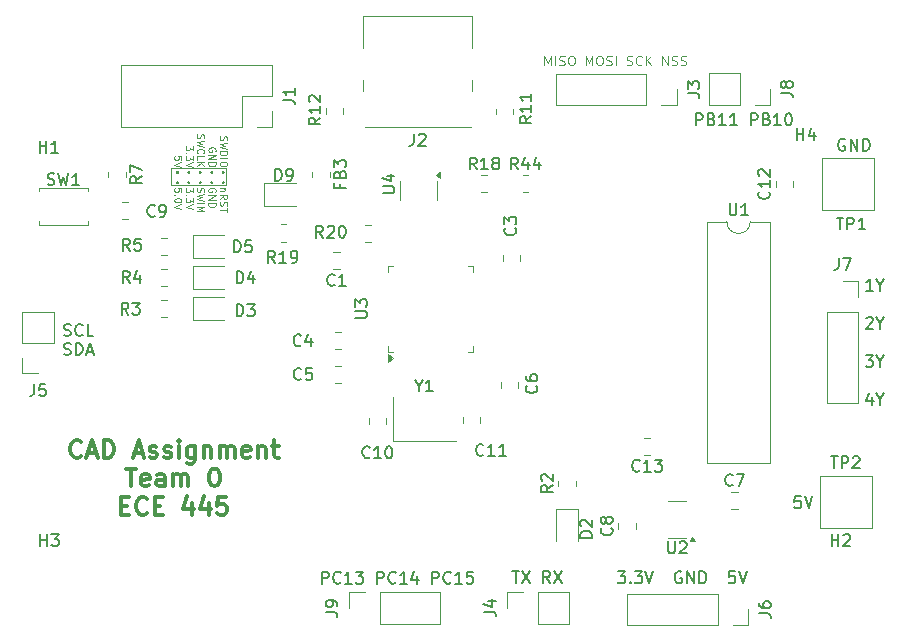
<source format=gbr>
%TF.GenerationSoftware,KiCad,Pcbnew,9.0.3*%
%TF.CreationDate,2025-07-30T22:28:19-05:00*%
%TF.ProjectId,stm32_cad,73746d33-325f-4636-9164-2e6b69636164,rev?*%
%TF.SameCoordinates,Original*%
%TF.FileFunction,Legend,Top*%
%TF.FilePolarity,Positive*%
%FSLAX46Y46*%
G04 Gerber Fmt 4.6, Leading zero omitted, Abs format (unit mm)*
G04 Created by KiCad (PCBNEW 9.0.3) date 2025-07-30 22:28:19*
%MOMM*%
%LPD*%
G01*
G04 APERTURE LIST*
%ADD10C,0.100000*%
%ADD11C,0.200000*%
%ADD12C,0.300000*%
%ADD13C,0.150000*%
%ADD14C,0.120000*%
G04 APERTURE END LIST*
D10*
X109220001Y-69349652D02*
X113938289Y-69349652D01*
X113938289Y-70810000D01*
X109220001Y-70810000D01*
X109220001Y-69349652D01*
X113426422Y-66644211D02*
X113397850Y-66729926D01*
X113397850Y-66729926D02*
X113397850Y-66872783D01*
X113397850Y-66872783D02*
X113426422Y-66929926D01*
X113426422Y-66929926D02*
X113454993Y-66958497D01*
X113454993Y-66958497D02*
X113512136Y-66987068D01*
X113512136Y-66987068D02*
X113569279Y-66987068D01*
X113569279Y-66987068D02*
X113626422Y-66958497D01*
X113626422Y-66958497D02*
X113654993Y-66929926D01*
X113654993Y-66929926D02*
X113683564Y-66872783D01*
X113683564Y-66872783D02*
X113712136Y-66758497D01*
X113712136Y-66758497D02*
X113740707Y-66701354D01*
X113740707Y-66701354D02*
X113769279Y-66672783D01*
X113769279Y-66672783D02*
X113826422Y-66644211D01*
X113826422Y-66644211D02*
X113883564Y-66644211D01*
X113883564Y-66644211D02*
X113940707Y-66672783D01*
X113940707Y-66672783D02*
X113969279Y-66701354D01*
X113969279Y-66701354D02*
X113997850Y-66758497D01*
X113997850Y-66758497D02*
X113997850Y-66901354D01*
X113997850Y-66901354D02*
X113969279Y-66987068D01*
X113997850Y-67187069D02*
X113397850Y-67329926D01*
X113397850Y-67329926D02*
X113826422Y-67444212D01*
X113826422Y-67444212D02*
X113397850Y-67558497D01*
X113397850Y-67558497D02*
X113997850Y-67701355D01*
X113397850Y-67929926D02*
X113997850Y-67929926D01*
X113997850Y-67929926D02*
X113997850Y-68072783D01*
X113997850Y-68072783D02*
X113969279Y-68158497D01*
X113969279Y-68158497D02*
X113912136Y-68215640D01*
X113912136Y-68215640D02*
X113854993Y-68244211D01*
X113854993Y-68244211D02*
X113740707Y-68272783D01*
X113740707Y-68272783D02*
X113654993Y-68272783D01*
X113654993Y-68272783D02*
X113540707Y-68244211D01*
X113540707Y-68244211D02*
X113483564Y-68215640D01*
X113483564Y-68215640D02*
X113426422Y-68158497D01*
X113426422Y-68158497D02*
X113397850Y-68072783D01*
X113397850Y-68072783D02*
X113397850Y-67929926D01*
X113397850Y-68529926D02*
X113997850Y-68529926D01*
X113997850Y-68929925D02*
X113997850Y-69044211D01*
X113997850Y-69044211D02*
X113969279Y-69101354D01*
X113969279Y-69101354D02*
X113912136Y-69158497D01*
X113912136Y-69158497D02*
X113797850Y-69187068D01*
X113797850Y-69187068D02*
X113597850Y-69187068D01*
X113597850Y-69187068D02*
X113483564Y-69158497D01*
X113483564Y-69158497D02*
X113426422Y-69101354D01*
X113426422Y-69101354D02*
X113397850Y-69044211D01*
X113397850Y-69044211D02*
X113397850Y-68929925D01*
X113397850Y-68929925D02*
X113426422Y-68872783D01*
X113426422Y-68872783D02*
X113483564Y-68815640D01*
X113483564Y-68815640D02*
X113597850Y-68787068D01*
X113597850Y-68787068D02*
X113797850Y-68787068D01*
X113797850Y-68787068D02*
X113912136Y-68815640D01*
X113912136Y-68815640D02*
X113969279Y-68872783D01*
X113969279Y-68872783D02*
X113997850Y-68929925D01*
X113683564Y-69615639D02*
X113569279Y-69615639D01*
X113569279Y-69644211D02*
X113683564Y-69644211D01*
X113712136Y-69672782D02*
X113540707Y-69672782D01*
X113569279Y-69701354D02*
X113683564Y-69701354D01*
X113683564Y-69729925D02*
X113569279Y-69729925D01*
X113597850Y-69615639D02*
X113540707Y-69672782D01*
X113540707Y-69672782D02*
X113597850Y-69729925D01*
X113654993Y-69615639D02*
X113712136Y-69672782D01*
X113712136Y-69672782D02*
X113654993Y-69729925D01*
X113683564Y-69615639D02*
X113712136Y-69672782D01*
X113712136Y-69672782D02*
X113683564Y-69729925D01*
X113683564Y-69729925D02*
X113626422Y-69758496D01*
X113626422Y-69758496D02*
X113569279Y-69729925D01*
X113569279Y-69729925D02*
X113540707Y-69672782D01*
X113540707Y-69672782D02*
X113569279Y-69615639D01*
X113569279Y-69615639D02*
X113626422Y-69587068D01*
X113626422Y-69587068D02*
X113683564Y-69615639D01*
X113003313Y-67929925D02*
X113031884Y-67872783D01*
X113031884Y-67872783D02*
X113031884Y-67787068D01*
X113031884Y-67787068D02*
X113003313Y-67701354D01*
X113003313Y-67701354D02*
X112946170Y-67644211D01*
X112946170Y-67644211D02*
X112889027Y-67615640D01*
X112889027Y-67615640D02*
X112774741Y-67587068D01*
X112774741Y-67587068D02*
X112689027Y-67587068D01*
X112689027Y-67587068D02*
X112574741Y-67615640D01*
X112574741Y-67615640D02*
X112517598Y-67644211D01*
X112517598Y-67644211D02*
X112460456Y-67701354D01*
X112460456Y-67701354D02*
X112431884Y-67787068D01*
X112431884Y-67787068D02*
X112431884Y-67844211D01*
X112431884Y-67844211D02*
X112460456Y-67929925D01*
X112460456Y-67929925D02*
X112489027Y-67958497D01*
X112489027Y-67958497D02*
X112689027Y-67958497D01*
X112689027Y-67958497D02*
X112689027Y-67844211D01*
X112431884Y-68215640D02*
X113031884Y-68215640D01*
X113031884Y-68215640D02*
X112431884Y-68558497D01*
X112431884Y-68558497D02*
X113031884Y-68558497D01*
X112431884Y-68844211D02*
X113031884Y-68844211D01*
X113031884Y-68844211D02*
X113031884Y-68987068D01*
X113031884Y-68987068D02*
X113003313Y-69072782D01*
X113003313Y-69072782D02*
X112946170Y-69129925D01*
X112946170Y-69129925D02*
X112889027Y-69158496D01*
X112889027Y-69158496D02*
X112774741Y-69187068D01*
X112774741Y-69187068D02*
X112689027Y-69187068D01*
X112689027Y-69187068D02*
X112574741Y-69158496D01*
X112574741Y-69158496D02*
X112517598Y-69129925D01*
X112517598Y-69129925D02*
X112460456Y-69072782D01*
X112460456Y-69072782D02*
X112431884Y-68987068D01*
X112431884Y-68987068D02*
X112431884Y-68844211D01*
X112717598Y-69615639D02*
X112603313Y-69615639D01*
X112603313Y-69644211D02*
X112717598Y-69644211D01*
X112746170Y-69672782D02*
X112574741Y-69672782D01*
X112603313Y-69701354D02*
X112717598Y-69701354D01*
X112717598Y-69729925D02*
X112603313Y-69729925D01*
X112631884Y-69615639D02*
X112574741Y-69672782D01*
X112574741Y-69672782D02*
X112631884Y-69729925D01*
X112689027Y-69615639D02*
X112746170Y-69672782D01*
X112746170Y-69672782D02*
X112689027Y-69729925D01*
X112717598Y-69615639D02*
X112746170Y-69672782D01*
X112746170Y-69672782D02*
X112717598Y-69729925D01*
X112717598Y-69729925D02*
X112660456Y-69758496D01*
X112660456Y-69758496D02*
X112603313Y-69729925D01*
X112603313Y-69729925D02*
X112574741Y-69672782D01*
X112574741Y-69672782D02*
X112603313Y-69615639D01*
X112603313Y-69615639D02*
X112660456Y-69587068D01*
X112660456Y-69587068D02*
X112717598Y-69615639D01*
X111494490Y-66472782D02*
X111465918Y-66558497D01*
X111465918Y-66558497D02*
X111465918Y-66701354D01*
X111465918Y-66701354D02*
X111494490Y-66758497D01*
X111494490Y-66758497D02*
X111523061Y-66787068D01*
X111523061Y-66787068D02*
X111580204Y-66815639D01*
X111580204Y-66815639D02*
X111637347Y-66815639D01*
X111637347Y-66815639D02*
X111694490Y-66787068D01*
X111694490Y-66787068D02*
X111723061Y-66758497D01*
X111723061Y-66758497D02*
X111751632Y-66701354D01*
X111751632Y-66701354D02*
X111780204Y-66587068D01*
X111780204Y-66587068D02*
X111808775Y-66529925D01*
X111808775Y-66529925D02*
X111837347Y-66501354D01*
X111837347Y-66501354D02*
X111894490Y-66472782D01*
X111894490Y-66472782D02*
X111951632Y-66472782D01*
X111951632Y-66472782D02*
X112008775Y-66501354D01*
X112008775Y-66501354D02*
X112037347Y-66529925D01*
X112037347Y-66529925D02*
X112065918Y-66587068D01*
X112065918Y-66587068D02*
X112065918Y-66729925D01*
X112065918Y-66729925D02*
X112037347Y-66815639D01*
X112065918Y-67015640D02*
X111465918Y-67158497D01*
X111465918Y-67158497D02*
X111894490Y-67272783D01*
X111894490Y-67272783D02*
X111465918Y-67387068D01*
X111465918Y-67387068D02*
X112065918Y-67529926D01*
X111523061Y-68101354D02*
X111494490Y-68072782D01*
X111494490Y-68072782D02*
X111465918Y-67987068D01*
X111465918Y-67987068D02*
X111465918Y-67929925D01*
X111465918Y-67929925D02*
X111494490Y-67844211D01*
X111494490Y-67844211D02*
X111551632Y-67787068D01*
X111551632Y-67787068D02*
X111608775Y-67758497D01*
X111608775Y-67758497D02*
X111723061Y-67729925D01*
X111723061Y-67729925D02*
X111808775Y-67729925D01*
X111808775Y-67729925D02*
X111923061Y-67758497D01*
X111923061Y-67758497D02*
X111980204Y-67787068D01*
X111980204Y-67787068D02*
X112037347Y-67844211D01*
X112037347Y-67844211D02*
X112065918Y-67929925D01*
X112065918Y-67929925D02*
X112065918Y-67987068D01*
X112065918Y-67987068D02*
X112037347Y-68072782D01*
X112037347Y-68072782D02*
X112008775Y-68101354D01*
X111465918Y-68644211D02*
X111465918Y-68358497D01*
X111465918Y-68358497D02*
X112065918Y-68358497D01*
X111465918Y-68844211D02*
X112065918Y-68844211D01*
X111465918Y-69187068D02*
X111808775Y-68929925D01*
X112065918Y-69187068D02*
X111723061Y-68844211D01*
X111751632Y-69615639D02*
X111637347Y-69615639D01*
X111637347Y-69644211D02*
X111751632Y-69644211D01*
X111780204Y-69672782D02*
X111608775Y-69672782D01*
X111637347Y-69701354D02*
X111751632Y-69701354D01*
X111751632Y-69729925D02*
X111637347Y-69729925D01*
X111665918Y-69615639D02*
X111608775Y-69672782D01*
X111608775Y-69672782D02*
X111665918Y-69729925D01*
X111723061Y-69615639D02*
X111780204Y-69672782D01*
X111780204Y-69672782D02*
X111723061Y-69729925D01*
X111751632Y-69615639D02*
X111780204Y-69672782D01*
X111780204Y-69672782D02*
X111751632Y-69729925D01*
X111751632Y-69729925D02*
X111694490Y-69758496D01*
X111694490Y-69758496D02*
X111637347Y-69729925D01*
X111637347Y-69729925D02*
X111608775Y-69672782D01*
X111608775Y-69672782D02*
X111637347Y-69615639D01*
X111637347Y-69615639D02*
X111694490Y-69587068D01*
X111694490Y-69587068D02*
X111751632Y-69615639D01*
X111099952Y-67444210D02*
X111099952Y-67815638D01*
X111099952Y-67815638D02*
X110871381Y-67615638D01*
X110871381Y-67615638D02*
X110871381Y-67701353D01*
X110871381Y-67701353D02*
X110842809Y-67758496D01*
X110842809Y-67758496D02*
X110814238Y-67787067D01*
X110814238Y-67787067D02*
X110757095Y-67815638D01*
X110757095Y-67815638D02*
X110614238Y-67815638D01*
X110614238Y-67815638D02*
X110557095Y-67787067D01*
X110557095Y-67787067D02*
X110528524Y-67758496D01*
X110528524Y-67758496D02*
X110499952Y-67701353D01*
X110499952Y-67701353D02*
X110499952Y-67529924D01*
X110499952Y-67529924D02*
X110528524Y-67472781D01*
X110528524Y-67472781D02*
X110557095Y-67444210D01*
X110557095Y-68072782D02*
X110528524Y-68101353D01*
X110528524Y-68101353D02*
X110499952Y-68072782D01*
X110499952Y-68072782D02*
X110528524Y-68044210D01*
X110528524Y-68044210D02*
X110557095Y-68072782D01*
X110557095Y-68072782D02*
X110499952Y-68072782D01*
X111099952Y-68301353D02*
X111099952Y-68672781D01*
X111099952Y-68672781D02*
X110871381Y-68472781D01*
X110871381Y-68472781D02*
X110871381Y-68558496D01*
X110871381Y-68558496D02*
X110842809Y-68615639D01*
X110842809Y-68615639D02*
X110814238Y-68644210D01*
X110814238Y-68644210D02*
X110757095Y-68672781D01*
X110757095Y-68672781D02*
X110614238Y-68672781D01*
X110614238Y-68672781D02*
X110557095Y-68644210D01*
X110557095Y-68644210D02*
X110528524Y-68615639D01*
X110528524Y-68615639D02*
X110499952Y-68558496D01*
X110499952Y-68558496D02*
X110499952Y-68387067D01*
X110499952Y-68387067D02*
X110528524Y-68329924D01*
X110528524Y-68329924D02*
X110557095Y-68301353D01*
X111099952Y-68844210D02*
X110499952Y-69044210D01*
X110499952Y-69044210D02*
X111099952Y-69244210D01*
X110785666Y-69615639D02*
X110671381Y-69615639D01*
X110671381Y-69644211D02*
X110785666Y-69644211D01*
X110814238Y-69672782D02*
X110642809Y-69672782D01*
X110671381Y-69701354D02*
X110785666Y-69701354D01*
X110785666Y-69729925D02*
X110671381Y-69729925D01*
X110699952Y-69615639D02*
X110642809Y-69672782D01*
X110642809Y-69672782D02*
X110699952Y-69729925D01*
X110757095Y-69615639D02*
X110814238Y-69672782D01*
X110814238Y-69672782D02*
X110757095Y-69729925D01*
X110785666Y-69615639D02*
X110814238Y-69672782D01*
X110814238Y-69672782D02*
X110785666Y-69729925D01*
X110785666Y-69729925D02*
X110728524Y-69758496D01*
X110728524Y-69758496D02*
X110671381Y-69729925D01*
X110671381Y-69729925D02*
X110642809Y-69672782D01*
X110642809Y-69672782D02*
X110671381Y-69615639D01*
X110671381Y-69615639D02*
X110728524Y-69587068D01*
X110728524Y-69587068D02*
X110785666Y-69615639D01*
X110133986Y-68644210D02*
X110133986Y-68358496D01*
X110133986Y-68358496D02*
X109848272Y-68329924D01*
X109848272Y-68329924D02*
X109876843Y-68358496D01*
X109876843Y-68358496D02*
X109905415Y-68415639D01*
X109905415Y-68415639D02*
X109905415Y-68558496D01*
X109905415Y-68558496D02*
X109876843Y-68615639D01*
X109876843Y-68615639D02*
X109848272Y-68644210D01*
X109848272Y-68644210D02*
X109791129Y-68672781D01*
X109791129Y-68672781D02*
X109648272Y-68672781D01*
X109648272Y-68672781D02*
X109591129Y-68644210D01*
X109591129Y-68644210D02*
X109562558Y-68615639D01*
X109562558Y-68615639D02*
X109533986Y-68558496D01*
X109533986Y-68558496D02*
X109533986Y-68415639D01*
X109533986Y-68415639D02*
X109562558Y-68358496D01*
X109562558Y-68358496D02*
X109591129Y-68329924D01*
X110133986Y-68844210D02*
X109533986Y-69044210D01*
X109533986Y-69044210D02*
X110133986Y-69244210D01*
X109819700Y-69615639D02*
X109705415Y-69615639D01*
X109705415Y-69644211D02*
X109819700Y-69644211D01*
X109848272Y-69672782D02*
X109676843Y-69672782D01*
X109705415Y-69701354D02*
X109819700Y-69701354D01*
X109819700Y-69729925D02*
X109705415Y-69729925D01*
X109733986Y-69615639D02*
X109676843Y-69672782D01*
X109676843Y-69672782D02*
X109733986Y-69729925D01*
X109791129Y-69615639D02*
X109848272Y-69672782D01*
X109848272Y-69672782D02*
X109791129Y-69729925D01*
X109819700Y-69615639D02*
X109848272Y-69672782D01*
X109848272Y-69672782D02*
X109819700Y-69729925D01*
X109819700Y-69729925D02*
X109762558Y-69758496D01*
X109762558Y-69758496D02*
X109705415Y-69729925D01*
X109705415Y-69729925D02*
X109676843Y-69672782D01*
X109676843Y-69672782D02*
X109705415Y-69615639D01*
X109705415Y-69615639D02*
X109762558Y-69587068D01*
X109762558Y-69587068D02*
X109819700Y-69615639D01*
X113683564Y-70490074D02*
X113569279Y-70490074D01*
X113569279Y-70518646D02*
X113683564Y-70518646D01*
X113712136Y-70547217D02*
X113540707Y-70547217D01*
X113569279Y-70575789D02*
X113683564Y-70575789D01*
X113683564Y-70604360D02*
X113569279Y-70604360D01*
X113597850Y-70490074D02*
X113540707Y-70547217D01*
X113540707Y-70547217D02*
X113597850Y-70604360D01*
X113654993Y-70490074D02*
X113712136Y-70547217D01*
X113712136Y-70547217D02*
X113654993Y-70604360D01*
X113683564Y-70490074D02*
X113712136Y-70547217D01*
X113712136Y-70547217D02*
X113683564Y-70604360D01*
X113683564Y-70604360D02*
X113626422Y-70632931D01*
X113626422Y-70632931D02*
X113569279Y-70604360D01*
X113569279Y-70604360D02*
X113540707Y-70547217D01*
X113540707Y-70547217D02*
X113569279Y-70490074D01*
X113569279Y-70490074D02*
X113626422Y-70461503D01*
X113626422Y-70461503D02*
X113683564Y-70490074D01*
X113797850Y-71061503D02*
X113397850Y-71061503D01*
X113740707Y-71061503D02*
X113769279Y-71090074D01*
X113769279Y-71090074D02*
X113797850Y-71147217D01*
X113797850Y-71147217D02*
X113797850Y-71232931D01*
X113797850Y-71232931D02*
X113769279Y-71290074D01*
X113769279Y-71290074D02*
X113712136Y-71318646D01*
X113712136Y-71318646D02*
X113397850Y-71318646D01*
X113397850Y-71947217D02*
X113683564Y-71747217D01*
X113397850Y-71604360D02*
X113997850Y-71604360D01*
X113997850Y-71604360D02*
X113997850Y-71832931D01*
X113997850Y-71832931D02*
X113969279Y-71890074D01*
X113969279Y-71890074D02*
X113940707Y-71918645D01*
X113940707Y-71918645D02*
X113883564Y-71947217D01*
X113883564Y-71947217D02*
X113797850Y-71947217D01*
X113797850Y-71947217D02*
X113740707Y-71918645D01*
X113740707Y-71918645D02*
X113712136Y-71890074D01*
X113712136Y-71890074D02*
X113683564Y-71832931D01*
X113683564Y-71832931D02*
X113683564Y-71604360D01*
X113426422Y-72175788D02*
X113397850Y-72261503D01*
X113397850Y-72261503D02*
X113397850Y-72404360D01*
X113397850Y-72404360D02*
X113426422Y-72461503D01*
X113426422Y-72461503D02*
X113454993Y-72490074D01*
X113454993Y-72490074D02*
X113512136Y-72518645D01*
X113512136Y-72518645D02*
X113569279Y-72518645D01*
X113569279Y-72518645D02*
X113626422Y-72490074D01*
X113626422Y-72490074D02*
X113654993Y-72461503D01*
X113654993Y-72461503D02*
X113683564Y-72404360D01*
X113683564Y-72404360D02*
X113712136Y-72290074D01*
X113712136Y-72290074D02*
X113740707Y-72232931D01*
X113740707Y-72232931D02*
X113769279Y-72204360D01*
X113769279Y-72204360D02*
X113826422Y-72175788D01*
X113826422Y-72175788D02*
X113883564Y-72175788D01*
X113883564Y-72175788D02*
X113940707Y-72204360D01*
X113940707Y-72204360D02*
X113969279Y-72232931D01*
X113969279Y-72232931D02*
X113997850Y-72290074D01*
X113997850Y-72290074D02*
X113997850Y-72432931D01*
X113997850Y-72432931D02*
X113969279Y-72518645D01*
X113997850Y-72690074D02*
X113997850Y-73032932D01*
X113397850Y-72861503D02*
X113997850Y-72861503D01*
X112717598Y-70490074D02*
X112603313Y-70490074D01*
X112603313Y-70518646D02*
X112717598Y-70518646D01*
X112746170Y-70547217D02*
X112574741Y-70547217D01*
X112603313Y-70575789D02*
X112717598Y-70575789D01*
X112717598Y-70604360D02*
X112603313Y-70604360D01*
X112631884Y-70490074D02*
X112574741Y-70547217D01*
X112574741Y-70547217D02*
X112631884Y-70604360D01*
X112689027Y-70490074D02*
X112746170Y-70547217D01*
X112746170Y-70547217D02*
X112689027Y-70604360D01*
X112717598Y-70490074D02*
X112746170Y-70547217D01*
X112746170Y-70547217D02*
X112717598Y-70604360D01*
X112717598Y-70604360D02*
X112660456Y-70632931D01*
X112660456Y-70632931D02*
X112603313Y-70604360D01*
X112603313Y-70604360D02*
X112574741Y-70547217D01*
X112574741Y-70547217D02*
X112603313Y-70490074D01*
X112603313Y-70490074D02*
X112660456Y-70461503D01*
X112660456Y-70461503D02*
X112717598Y-70490074D01*
X113003313Y-71375788D02*
X113031884Y-71318646D01*
X113031884Y-71318646D02*
X113031884Y-71232931D01*
X113031884Y-71232931D02*
X113003313Y-71147217D01*
X113003313Y-71147217D02*
X112946170Y-71090074D01*
X112946170Y-71090074D02*
X112889027Y-71061503D01*
X112889027Y-71061503D02*
X112774741Y-71032931D01*
X112774741Y-71032931D02*
X112689027Y-71032931D01*
X112689027Y-71032931D02*
X112574741Y-71061503D01*
X112574741Y-71061503D02*
X112517598Y-71090074D01*
X112517598Y-71090074D02*
X112460456Y-71147217D01*
X112460456Y-71147217D02*
X112431884Y-71232931D01*
X112431884Y-71232931D02*
X112431884Y-71290074D01*
X112431884Y-71290074D02*
X112460456Y-71375788D01*
X112460456Y-71375788D02*
X112489027Y-71404360D01*
X112489027Y-71404360D02*
X112689027Y-71404360D01*
X112689027Y-71404360D02*
X112689027Y-71290074D01*
X112431884Y-71661503D02*
X113031884Y-71661503D01*
X113031884Y-71661503D02*
X112431884Y-72004360D01*
X112431884Y-72004360D02*
X113031884Y-72004360D01*
X112431884Y-72290074D02*
X113031884Y-72290074D01*
X113031884Y-72290074D02*
X113031884Y-72432931D01*
X113031884Y-72432931D02*
X113003313Y-72518645D01*
X113003313Y-72518645D02*
X112946170Y-72575788D01*
X112946170Y-72575788D02*
X112889027Y-72604359D01*
X112889027Y-72604359D02*
X112774741Y-72632931D01*
X112774741Y-72632931D02*
X112689027Y-72632931D01*
X112689027Y-72632931D02*
X112574741Y-72604359D01*
X112574741Y-72604359D02*
X112517598Y-72575788D01*
X112517598Y-72575788D02*
X112460456Y-72518645D01*
X112460456Y-72518645D02*
X112431884Y-72432931D01*
X112431884Y-72432931D02*
X112431884Y-72290074D01*
X111751632Y-70490074D02*
X111637347Y-70490074D01*
X111637347Y-70518646D02*
X111751632Y-70518646D01*
X111780204Y-70547217D02*
X111608775Y-70547217D01*
X111637347Y-70575789D02*
X111751632Y-70575789D01*
X111751632Y-70604360D02*
X111637347Y-70604360D01*
X111665918Y-70490074D02*
X111608775Y-70547217D01*
X111608775Y-70547217D02*
X111665918Y-70604360D01*
X111723061Y-70490074D02*
X111780204Y-70547217D01*
X111780204Y-70547217D02*
X111723061Y-70604360D01*
X111751632Y-70490074D02*
X111780204Y-70547217D01*
X111780204Y-70547217D02*
X111751632Y-70604360D01*
X111751632Y-70604360D02*
X111694490Y-70632931D01*
X111694490Y-70632931D02*
X111637347Y-70604360D01*
X111637347Y-70604360D02*
X111608775Y-70547217D01*
X111608775Y-70547217D02*
X111637347Y-70490074D01*
X111637347Y-70490074D02*
X111694490Y-70461503D01*
X111694490Y-70461503D02*
X111751632Y-70490074D01*
X111494490Y-71032931D02*
X111465918Y-71118646D01*
X111465918Y-71118646D02*
X111465918Y-71261503D01*
X111465918Y-71261503D02*
X111494490Y-71318646D01*
X111494490Y-71318646D02*
X111523061Y-71347217D01*
X111523061Y-71347217D02*
X111580204Y-71375788D01*
X111580204Y-71375788D02*
X111637347Y-71375788D01*
X111637347Y-71375788D02*
X111694490Y-71347217D01*
X111694490Y-71347217D02*
X111723061Y-71318646D01*
X111723061Y-71318646D02*
X111751632Y-71261503D01*
X111751632Y-71261503D02*
X111780204Y-71147217D01*
X111780204Y-71147217D02*
X111808775Y-71090074D01*
X111808775Y-71090074D02*
X111837347Y-71061503D01*
X111837347Y-71061503D02*
X111894490Y-71032931D01*
X111894490Y-71032931D02*
X111951632Y-71032931D01*
X111951632Y-71032931D02*
X112008775Y-71061503D01*
X112008775Y-71061503D02*
X112037347Y-71090074D01*
X112037347Y-71090074D02*
X112065918Y-71147217D01*
X112065918Y-71147217D02*
X112065918Y-71290074D01*
X112065918Y-71290074D02*
X112037347Y-71375788D01*
X112065918Y-71575789D02*
X111465918Y-71718646D01*
X111465918Y-71718646D02*
X111894490Y-71832932D01*
X111894490Y-71832932D02*
X111465918Y-71947217D01*
X111465918Y-71947217D02*
X112065918Y-72090075D01*
X111465918Y-72318646D02*
X112065918Y-72318646D01*
X111465918Y-72604360D02*
X112065918Y-72604360D01*
X112065918Y-72604360D02*
X111637347Y-72804360D01*
X111637347Y-72804360D02*
X112065918Y-73004360D01*
X112065918Y-73004360D02*
X111465918Y-73004360D01*
X110785666Y-70490074D02*
X110671381Y-70490074D01*
X110671381Y-70518646D02*
X110785666Y-70518646D01*
X110814238Y-70547217D02*
X110642809Y-70547217D01*
X110671381Y-70575789D02*
X110785666Y-70575789D01*
X110785666Y-70604360D02*
X110671381Y-70604360D01*
X110699952Y-70490074D02*
X110642809Y-70547217D01*
X110642809Y-70547217D02*
X110699952Y-70604360D01*
X110757095Y-70490074D02*
X110814238Y-70547217D01*
X110814238Y-70547217D02*
X110757095Y-70604360D01*
X110785666Y-70490074D02*
X110814238Y-70547217D01*
X110814238Y-70547217D02*
X110785666Y-70604360D01*
X110785666Y-70604360D02*
X110728524Y-70632931D01*
X110728524Y-70632931D02*
X110671381Y-70604360D01*
X110671381Y-70604360D02*
X110642809Y-70547217D01*
X110642809Y-70547217D02*
X110671381Y-70490074D01*
X110671381Y-70490074D02*
X110728524Y-70461503D01*
X110728524Y-70461503D02*
X110785666Y-70490074D01*
X111099952Y-71004360D02*
X111099952Y-71375788D01*
X111099952Y-71375788D02*
X110871381Y-71175788D01*
X110871381Y-71175788D02*
X110871381Y-71261503D01*
X110871381Y-71261503D02*
X110842809Y-71318646D01*
X110842809Y-71318646D02*
X110814238Y-71347217D01*
X110814238Y-71347217D02*
X110757095Y-71375788D01*
X110757095Y-71375788D02*
X110614238Y-71375788D01*
X110614238Y-71375788D02*
X110557095Y-71347217D01*
X110557095Y-71347217D02*
X110528524Y-71318646D01*
X110528524Y-71318646D02*
X110499952Y-71261503D01*
X110499952Y-71261503D02*
X110499952Y-71090074D01*
X110499952Y-71090074D02*
X110528524Y-71032931D01*
X110528524Y-71032931D02*
X110557095Y-71004360D01*
X110557095Y-71632932D02*
X110528524Y-71661503D01*
X110528524Y-71661503D02*
X110499952Y-71632932D01*
X110499952Y-71632932D02*
X110528524Y-71604360D01*
X110528524Y-71604360D02*
X110557095Y-71632932D01*
X110557095Y-71632932D02*
X110499952Y-71632932D01*
X111099952Y-71861503D02*
X111099952Y-72232931D01*
X111099952Y-72232931D02*
X110871381Y-72032931D01*
X110871381Y-72032931D02*
X110871381Y-72118646D01*
X110871381Y-72118646D02*
X110842809Y-72175789D01*
X110842809Y-72175789D02*
X110814238Y-72204360D01*
X110814238Y-72204360D02*
X110757095Y-72232931D01*
X110757095Y-72232931D02*
X110614238Y-72232931D01*
X110614238Y-72232931D02*
X110557095Y-72204360D01*
X110557095Y-72204360D02*
X110528524Y-72175789D01*
X110528524Y-72175789D02*
X110499952Y-72118646D01*
X110499952Y-72118646D02*
X110499952Y-71947217D01*
X110499952Y-71947217D02*
X110528524Y-71890074D01*
X110528524Y-71890074D02*
X110557095Y-71861503D01*
X111099952Y-72404360D02*
X110499952Y-72604360D01*
X110499952Y-72604360D02*
X111099952Y-72804360D01*
X109819700Y-70490074D02*
X109705415Y-70490074D01*
X109705415Y-70518646D02*
X109819700Y-70518646D01*
X109848272Y-70547217D02*
X109676843Y-70547217D01*
X109705415Y-70575789D02*
X109819700Y-70575789D01*
X109819700Y-70604360D02*
X109705415Y-70604360D01*
X109733986Y-70490074D02*
X109676843Y-70547217D01*
X109676843Y-70547217D02*
X109733986Y-70604360D01*
X109791129Y-70490074D02*
X109848272Y-70547217D01*
X109848272Y-70547217D02*
X109791129Y-70604360D01*
X109819700Y-70490074D02*
X109848272Y-70547217D01*
X109848272Y-70547217D02*
X109819700Y-70604360D01*
X109819700Y-70604360D02*
X109762558Y-70632931D01*
X109762558Y-70632931D02*
X109705415Y-70604360D01*
X109705415Y-70604360D02*
X109676843Y-70547217D01*
X109676843Y-70547217D02*
X109705415Y-70490074D01*
X109705415Y-70490074D02*
X109762558Y-70461503D01*
X109762558Y-70461503D02*
X109819700Y-70490074D01*
X110133986Y-71347217D02*
X110133986Y-71061503D01*
X110133986Y-71061503D02*
X109848272Y-71032931D01*
X109848272Y-71032931D02*
X109876843Y-71061503D01*
X109876843Y-71061503D02*
X109905415Y-71118646D01*
X109905415Y-71118646D02*
X109905415Y-71261503D01*
X109905415Y-71261503D02*
X109876843Y-71318646D01*
X109876843Y-71318646D02*
X109848272Y-71347217D01*
X109848272Y-71347217D02*
X109791129Y-71375788D01*
X109791129Y-71375788D02*
X109648272Y-71375788D01*
X109648272Y-71375788D02*
X109591129Y-71347217D01*
X109591129Y-71347217D02*
X109562558Y-71318646D01*
X109562558Y-71318646D02*
X109533986Y-71261503D01*
X109533986Y-71261503D02*
X109533986Y-71118646D01*
X109533986Y-71118646D02*
X109562558Y-71061503D01*
X109562558Y-71061503D02*
X109591129Y-71032931D01*
X109591129Y-71632932D02*
X109562558Y-71661503D01*
X109562558Y-71661503D02*
X109533986Y-71632932D01*
X109533986Y-71632932D02*
X109562558Y-71604360D01*
X109562558Y-71604360D02*
X109591129Y-71632932D01*
X109591129Y-71632932D02*
X109533986Y-71632932D01*
X110133986Y-72032931D02*
X110133986Y-72090074D01*
X110133986Y-72090074D02*
X110105415Y-72147217D01*
X110105415Y-72147217D02*
X110076843Y-72175789D01*
X110076843Y-72175789D02*
X110019700Y-72204360D01*
X110019700Y-72204360D02*
X109905415Y-72232931D01*
X109905415Y-72232931D02*
X109762558Y-72232931D01*
X109762558Y-72232931D02*
X109648272Y-72204360D01*
X109648272Y-72204360D02*
X109591129Y-72175789D01*
X109591129Y-72175789D02*
X109562558Y-72147217D01*
X109562558Y-72147217D02*
X109533986Y-72090074D01*
X109533986Y-72090074D02*
X109533986Y-72032931D01*
X109533986Y-72032931D02*
X109562558Y-71975789D01*
X109562558Y-71975789D02*
X109591129Y-71947217D01*
X109591129Y-71947217D02*
X109648272Y-71918646D01*
X109648272Y-71918646D02*
X109762558Y-71890074D01*
X109762558Y-71890074D02*
X109905415Y-71890074D01*
X109905415Y-71890074D02*
X110019700Y-71918646D01*
X110019700Y-71918646D02*
X110076843Y-71947217D01*
X110076843Y-71947217D02*
X110105415Y-71975789D01*
X110105415Y-71975789D02*
X110133986Y-72032931D01*
X110133986Y-72404360D02*
X109533986Y-72604360D01*
X109533986Y-72604360D02*
X110133986Y-72804360D01*
D11*
X122044673Y-104517219D02*
X122044673Y-103517219D01*
X122044673Y-103517219D02*
X122425625Y-103517219D01*
X122425625Y-103517219D02*
X122520863Y-103564838D01*
X122520863Y-103564838D02*
X122568482Y-103612457D01*
X122568482Y-103612457D02*
X122616101Y-103707695D01*
X122616101Y-103707695D02*
X122616101Y-103850552D01*
X122616101Y-103850552D02*
X122568482Y-103945790D01*
X122568482Y-103945790D02*
X122520863Y-103993409D01*
X122520863Y-103993409D02*
X122425625Y-104041028D01*
X122425625Y-104041028D02*
X122044673Y-104041028D01*
X123616101Y-104421980D02*
X123568482Y-104469600D01*
X123568482Y-104469600D02*
X123425625Y-104517219D01*
X123425625Y-104517219D02*
X123330387Y-104517219D01*
X123330387Y-104517219D02*
X123187530Y-104469600D01*
X123187530Y-104469600D02*
X123092292Y-104374361D01*
X123092292Y-104374361D02*
X123044673Y-104279123D01*
X123044673Y-104279123D02*
X122997054Y-104088647D01*
X122997054Y-104088647D02*
X122997054Y-103945790D01*
X122997054Y-103945790D02*
X123044673Y-103755314D01*
X123044673Y-103755314D02*
X123092292Y-103660076D01*
X123092292Y-103660076D02*
X123187530Y-103564838D01*
X123187530Y-103564838D02*
X123330387Y-103517219D01*
X123330387Y-103517219D02*
X123425625Y-103517219D01*
X123425625Y-103517219D02*
X123568482Y-103564838D01*
X123568482Y-103564838D02*
X123616101Y-103612457D01*
X124568482Y-104517219D02*
X123997054Y-104517219D01*
X124282768Y-104517219D02*
X124282768Y-103517219D01*
X124282768Y-103517219D02*
X124187530Y-103660076D01*
X124187530Y-103660076D02*
X124092292Y-103755314D01*
X124092292Y-103755314D02*
X123997054Y-103802933D01*
X124901816Y-103517219D02*
X125520863Y-103517219D01*
X125520863Y-103517219D02*
X125187530Y-103898171D01*
X125187530Y-103898171D02*
X125330387Y-103898171D01*
X125330387Y-103898171D02*
X125425625Y-103945790D01*
X125425625Y-103945790D02*
X125473244Y-103993409D01*
X125473244Y-103993409D02*
X125520863Y-104088647D01*
X125520863Y-104088647D02*
X125520863Y-104326742D01*
X125520863Y-104326742D02*
X125473244Y-104421980D01*
X125473244Y-104421980D02*
X125425625Y-104469600D01*
X125425625Y-104469600D02*
X125330387Y-104517219D01*
X125330387Y-104517219D02*
X125044673Y-104517219D01*
X125044673Y-104517219D02*
X124949435Y-104469600D01*
X124949435Y-104469600D02*
X124901816Y-104421980D01*
X126711340Y-104517219D02*
X126711340Y-103517219D01*
X126711340Y-103517219D02*
X127092292Y-103517219D01*
X127092292Y-103517219D02*
X127187530Y-103564838D01*
X127187530Y-103564838D02*
X127235149Y-103612457D01*
X127235149Y-103612457D02*
X127282768Y-103707695D01*
X127282768Y-103707695D02*
X127282768Y-103850552D01*
X127282768Y-103850552D02*
X127235149Y-103945790D01*
X127235149Y-103945790D02*
X127187530Y-103993409D01*
X127187530Y-103993409D02*
X127092292Y-104041028D01*
X127092292Y-104041028D02*
X126711340Y-104041028D01*
X128282768Y-104421980D02*
X128235149Y-104469600D01*
X128235149Y-104469600D02*
X128092292Y-104517219D01*
X128092292Y-104517219D02*
X127997054Y-104517219D01*
X127997054Y-104517219D02*
X127854197Y-104469600D01*
X127854197Y-104469600D02*
X127758959Y-104374361D01*
X127758959Y-104374361D02*
X127711340Y-104279123D01*
X127711340Y-104279123D02*
X127663721Y-104088647D01*
X127663721Y-104088647D02*
X127663721Y-103945790D01*
X127663721Y-103945790D02*
X127711340Y-103755314D01*
X127711340Y-103755314D02*
X127758959Y-103660076D01*
X127758959Y-103660076D02*
X127854197Y-103564838D01*
X127854197Y-103564838D02*
X127997054Y-103517219D01*
X127997054Y-103517219D02*
X128092292Y-103517219D01*
X128092292Y-103517219D02*
X128235149Y-103564838D01*
X128235149Y-103564838D02*
X128282768Y-103612457D01*
X129235149Y-104517219D02*
X128663721Y-104517219D01*
X128949435Y-104517219D02*
X128949435Y-103517219D01*
X128949435Y-103517219D02*
X128854197Y-103660076D01*
X128854197Y-103660076D02*
X128758959Y-103755314D01*
X128758959Y-103755314D02*
X128663721Y-103802933D01*
X130092292Y-103850552D02*
X130092292Y-104517219D01*
X129854197Y-103469600D02*
X129616102Y-104183885D01*
X129616102Y-104183885D02*
X130235149Y-104183885D01*
X131378007Y-104517219D02*
X131378007Y-103517219D01*
X131378007Y-103517219D02*
X131758959Y-103517219D01*
X131758959Y-103517219D02*
X131854197Y-103564838D01*
X131854197Y-103564838D02*
X131901816Y-103612457D01*
X131901816Y-103612457D02*
X131949435Y-103707695D01*
X131949435Y-103707695D02*
X131949435Y-103850552D01*
X131949435Y-103850552D02*
X131901816Y-103945790D01*
X131901816Y-103945790D02*
X131854197Y-103993409D01*
X131854197Y-103993409D02*
X131758959Y-104041028D01*
X131758959Y-104041028D02*
X131378007Y-104041028D01*
X132949435Y-104421980D02*
X132901816Y-104469600D01*
X132901816Y-104469600D02*
X132758959Y-104517219D01*
X132758959Y-104517219D02*
X132663721Y-104517219D01*
X132663721Y-104517219D02*
X132520864Y-104469600D01*
X132520864Y-104469600D02*
X132425626Y-104374361D01*
X132425626Y-104374361D02*
X132378007Y-104279123D01*
X132378007Y-104279123D02*
X132330388Y-104088647D01*
X132330388Y-104088647D02*
X132330388Y-103945790D01*
X132330388Y-103945790D02*
X132378007Y-103755314D01*
X132378007Y-103755314D02*
X132425626Y-103660076D01*
X132425626Y-103660076D02*
X132520864Y-103564838D01*
X132520864Y-103564838D02*
X132663721Y-103517219D01*
X132663721Y-103517219D02*
X132758959Y-103517219D01*
X132758959Y-103517219D02*
X132901816Y-103564838D01*
X132901816Y-103564838D02*
X132949435Y-103612457D01*
X133901816Y-104517219D02*
X133330388Y-104517219D01*
X133616102Y-104517219D02*
X133616102Y-103517219D01*
X133616102Y-103517219D02*
X133520864Y-103660076D01*
X133520864Y-103660076D02*
X133425626Y-103755314D01*
X133425626Y-103755314D02*
X133330388Y-103802933D01*
X134806578Y-103517219D02*
X134330388Y-103517219D01*
X134330388Y-103517219D02*
X134282769Y-103993409D01*
X134282769Y-103993409D02*
X134330388Y-103945790D01*
X134330388Y-103945790D02*
X134425626Y-103898171D01*
X134425626Y-103898171D02*
X134663721Y-103898171D01*
X134663721Y-103898171D02*
X134758959Y-103945790D01*
X134758959Y-103945790D02*
X134806578Y-103993409D01*
X134806578Y-103993409D02*
X134854197Y-104088647D01*
X134854197Y-104088647D02*
X134854197Y-104326742D01*
X134854197Y-104326742D02*
X134806578Y-104421980D01*
X134806578Y-104421980D02*
X134758959Y-104469600D01*
X134758959Y-104469600D02*
X134663721Y-104517219D01*
X134663721Y-104517219D02*
X134425626Y-104517219D01*
X134425626Y-104517219D02*
X134330388Y-104469600D01*
X134330388Y-104469600D02*
X134282769Y-104421980D01*
D12*
X101653571Y-93728139D02*
X101582143Y-93799568D01*
X101582143Y-93799568D02*
X101367857Y-93870996D01*
X101367857Y-93870996D02*
X101225000Y-93870996D01*
X101225000Y-93870996D02*
X101010714Y-93799568D01*
X101010714Y-93799568D02*
X100867857Y-93656710D01*
X100867857Y-93656710D02*
X100796428Y-93513853D01*
X100796428Y-93513853D02*
X100725000Y-93228139D01*
X100725000Y-93228139D02*
X100725000Y-93013853D01*
X100725000Y-93013853D02*
X100796428Y-92728139D01*
X100796428Y-92728139D02*
X100867857Y-92585282D01*
X100867857Y-92585282D02*
X101010714Y-92442425D01*
X101010714Y-92442425D02*
X101225000Y-92370996D01*
X101225000Y-92370996D02*
X101367857Y-92370996D01*
X101367857Y-92370996D02*
X101582143Y-92442425D01*
X101582143Y-92442425D02*
X101653571Y-92513853D01*
X102225000Y-93442425D02*
X102939286Y-93442425D01*
X102082143Y-93870996D02*
X102582143Y-92370996D01*
X102582143Y-92370996D02*
X103082143Y-93870996D01*
X103582142Y-93870996D02*
X103582142Y-92370996D01*
X103582142Y-92370996D02*
X103939285Y-92370996D01*
X103939285Y-92370996D02*
X104153571Y-92442425D01*
X104153571Y-92442425D02*
X104296428Y-92585282D01*
X104296428Y-92585282D02*
X104367857Y-92728139D01*
X104367857Y-92728139D02*
X104439285Y-93013853D01*
X104439285Y-93013853D02*
X104439285Y-93228139D01*
X104439285Y-93228139D02*
X104367857Y-93513853D01*
X104367857Y-93513853D02*
X104296428Y-93656710D01*
X104296428Y-93656710D02*
X104153571Y-93799568D01*
X104153571Y-93799568D02*
X103939285Y-93870996D01*
X103939285Y-93870996D02*
X103582142Y-93870996D01*
X106153571Y-93442425D02*
X106867857Y-93442425D01*
X106010714Y-93870996D02*
X106510714Y-92370996D01*
X106510714Y-92370996D02*
X107010714Y-93870996D01*
X107439285Y-93799568D02*
X107582142Y-93870996D01*
X107582142Y-93870996D02*
X107867856Y-93870996D01*
X107867856Y-93870996D02*
X108010713Y-93799568D01*
X108010713Y-93799568D02*
X108082142Y-93656710D01*
X108082142Y-93656710D02*
X108082142Y-93585282D01*
X108082142Y-93585282D02*
X108010713Y-93442425D01*
X108010713Y-93442425D02*
X107867856Y-93370996D01*
X107867856Y-93370996D02*
X107653571Y-93370996D01*
X107653571Y-93370996D02*
X107510713Y-93299568D01*
X107510713Y-93299568D02*
X107439285Y-93156710D01*
X107439285Y-93156710D02*
X107439285Y-93085282D01*
X107439285Y-93085282D02*
X107510713Y-92942425D01*
X107510713Y-92942425D02*
X107653571Y-92870996D01*
X107653571Y-92870996D02*
X107867856Y-92870996D01*
X107867856Y-92870996D02*
X108010713Y-92942425D01*
X108653571Y-93799568D02*
X108796428Y-93870996D01*
X108796428Y-93870996D02*
X109082142Y-93870996D01*
X109082142Y-93870996D02*
X109224999Y-93799568D01*
X109224999Y-93799568D02*
X109296428Y-93656710D01*
X109296428Y-93656710D02*
X109296428Y-93585282D01*
X109296428Y-93585282D02*
X109224999Y-93442425D01*
X109224999Y-93442425D02*
X109082142Y-93370996D01*
X109082142Y-93370996D02*
X108867857Y-93370996D01*
X108867857Y-93370996D02*
X108724999Y-93299568D01*
X108724999Y-93299568D02*
X108653571Y-93156710D01*
X108653571Y-93156710D02*
X108653571Y-93085282D01*
X108653571Y-93085282D02*
X108724999Y-92942425D01*
X108724999Y-92942425D02*
X108867857Y-92870996D01*
X108867857Y-92870996D02*
X109082142Y-92870996D01*
X109082142Y-92870996D02*
X109224999Y-92942425D01*
X109939285Y-93870996D02*
X109939285Y-92870996D01*
X109939285Y-92370996D02*
X109867857Y-92442425D01*
X109867857Y-92442425D02*
X109939285Y-92513853D01*
X109939285Y-92513853D02*
X110010714Y-92442425D01*
X110010714Y-92442425D02*
X109939285Y-92370996D01*
X109939285Y-92370996D02*
X109939285Y-92513853D01*
X111296429Y-92870996D02*
X111296429Y-94085282D01*
X111296429Y-94085282D02*
X111225000Y-94228139D01*
X111225000Y-94228139D02*
X111153571Y-94299568D01*
X111153571Y-94299568D02*
X111010714Y-94370996D01*
X111010714Y-94370996D02*
X110796429Y-94370996D01*
X110796429Y-94370996D02*
X110653571Y-94299568D01*
X111296429Y-93799568D02*
X111153571Y-93870996D01*
X111153571Y-93870996D02*
X110867857Y-93870996D01*
X110867857Y-93870996D02*
X110725000Y-93799568D01*
X110725000Y-93799568D02*
X110653571Y-93728139D01*
X110653571Y-93728139D02*
X110582143Y-93585282D01*
X110582143Y-93585282D02*
X110582143Y-93156710D01*
X110582143Y-93156710D02*
X110653571Y-93013853D01*
X110653571Y-93013853D02*
X110725000Y-92942425D01*
X110725000Y-92942425D02*
X110867857Y-92870996D01*
X110867857Y-92870996D02*
X111153571Y-92870996D01*
X111153571Y-92870996D02*
X111296429Y-92942425D01*
X112010714Y-92870996D02*
X112010714Y-93870996D01*
X112010714Y-93013853D02*
X112082143Y-92942425D01*
X112082143Y-92942425D02*
X112225000Y-92870996D01*
X112225000Y-92870996D02*
X112439286Y-92870996D01*
X112439286Y-92870996D02*
X112582143Y-92942425D01*
X112582143Y-92942425D02*
X112653572Y-93085282D01*
X112653572Y-93085282D02*
X112653572Y-93870996D01*
X113367857Y-93870996D02*
X113367857Y-92870996D01*
X113367857Y-93013853D02*
X113439286Y-92942425D01*
X113439286Y-92942425D02*
X113582143Y-92870996D01*
X113582143Y-92870996D02*
X113796429Y-92870996D01*
X113796429Y-92870996D02*
X113939286Y-92942425D01*
X113939286Y-92942425D02*
X114010715Y-93085282D01*
X114010715Y-93085282D02*
X114010715Y-93870996D01*
X114010715Y-93085282D02*
X114082143Y-92942425D01*
X114082143Y-92942425D02*
X114225000Y-92870996D01*
X114225000Y-92870996D02*
X114439286Y-92870996D01*
X114439286Y-92870996D02*
X114582143Y-92942425D01*
X114582143Y-92942425D02*
X114653572Y-93085282D01*
X114653572Y-93085282D02*
X114653572Y-93870996D01*
X115939286Y-93799568D02*
X115796429Y-93870996D01*
X115796429Y-93870996D02*
X115510715Y-93870996D01*
X115510715Y-93870996D02*
X115367857Y-93799568D01*
X115367857Y-93799568D02*
X115296429Y-93656710D01*
X115296429Y-93656710D02*
X115296429Y-93085282D01*
X115296429Y-93085282D02*
X115367857Y-92942425D01*
X115367857Y-92942425D02*
X115510715Y-92870996D01*
X115510715Y-92870996D02*
X115796429Y-92870996D01*
X115796429Y-92870996D02*
X115939286Y-92942425D01*
X115939286Y-92942425D02*
X116010715Y-93085282D01*
X116010715Y-93085282D02*
X116010715Y-93228139D01*
X116010715Y-93228139D02*
X115296429Y-93370996D01*
X116653571Y-92870996D02*
X116653571Y-93870996D01*
X116653571Y-93013853D02*
X116725000Y-92942425D01*
X116725000Y-92942425D02*
X116867857Y-92870996D01*
X116867857Y-92870996D02*
X117082143Y-92870996D01*
X117082143Y-92870996D02*
X117225000Y-92942425D01*
X117225000Y-92942425D02*
X117296429Y-93085282D01*
X117296429Y-93085282D02*
X117296429Y-93870996D01*
X117796429Y-92870996D02*
X118367857Y-92870996D01*
X118010714Y-92370996D02*
X118010714Y-93656710D01*
X118010714Y-93656710D02*
X118082143Y-93799568D01*
X118082143Y-93799568D02*
X118225000Y-93870996D01*
X118225000Y-93870996D02*
X118367857Y-93870996D01*
X105439286Y-94785912D02*
X106296429Y-94785912D01*
X105867857Y-96285912D02*
X105867857Y-94785912D01*
X107367857Y-96214484D02*
X107225000Y-96285912D01*
X107225000Y-96285912D02*
X106939286Y-96285912D01*
X106939286Y-96285912D02*
X106796428Y-96214484D01*
X106796428Y-96214484D02*
X106725000Y-96071626D01*
X106725000Y-96071626D02*
X106725000Y-95500198D01*
X106725000Y-95500198D02*
X106796428Y-95357341D01*
X106796428Y-95357341D02*
X106939286Y-95285912D01*
X106939286Y-95285912D02*
X107225000Y-95285912D01*
X107225000Y-95285912D02*
X107367857Y-95357341D01*
X107367857Y-95357341D02*
X107439286Y-95500198D01*
X107439286Y-95500198D02*
X107439286Y-95643055D01*
X107439286Y-95643055D02*
X106725000Y-95785912D01*
X108725000Y-96285912D02*
X108725000Y-95500198D01*
X108725000Y-95500198D02*
X108653571Y-95357341D01*
X108653571Y-95357341D02*
X108510714Y-95285912D01*
X108510714Y-95285912D02*
X108225000Y-95285912D01*
X108225000Y-95285912D02*
X108082142Y-95357341D01*
X108725000Y-96214484D02*
X108582142Y-96285912D01*
X108582142Y-96285912D02*
X108225000Y-96285912D01*
X108225000Y-96285912D02*
X108082142Y-96214484D01*
X108082142Y-96214484D02*
X108010714Y-96071626D01*
X108010714Y-96071626D02*
X108010714Y-95928769D01*
X108010714Y-95928769D02*
X108082142Y-95785912D01*
X108082142Y-95785912D02*
X108225000Y-95714484D01*
X108225000Y-95714484D02*
X108582142Y-95714484D01*
X108582142Y-95714484D02*
X108725000Y-95643055D01*
X109439285Y-96285912D02*
X109439285Y-95285912D01*
X109439285Y-95428769D02*
X109510714Y-95357341D01*
X109510714Y-95357341D02*
X109653571Y-95285912D01*
X109653571Y-95285912D02*
X109867857Y-95285912D01*
X109867857Y-95285912D02*
X110010714Y-95357341D01*
X110010714Y-95357341D02*
X110082143Y-95500198D01*
X110082143Y-95500198D02*
X110082143Y-96285912D01*
X110082143Y-95500198D02*
X110153571Y-95357341D01*
X110153571Y-95357341D02*
X110296428Y-95285912D01*
X110296428Y-95285912D02*
X110510714Y-95285912D01*
X110510714Y-95285912D02*
X110653571Y-95357341D01*
X110653571Y-95357341D02*
X110725000Y-95500198D01*
X110725000Y-95500198D02*
X110725000Y-96285912D01*
X112867857Y-94785912D02*
X113010714Y-94785912D01*
X113010714Y-94785912D02*
X113153571Y-94857341D01*
X113153571Y-94857341D02*
X113225000Y-94928769D01*
X113225000Y-94928769D02*
X113296428Y-95071626D01*
X113296428Y-95071626D02*
X113367857Y-95357341D01*
X113367857Y-95357341D02*
X113367857Y-95714484D01*
X113367857Y-95714484D02*
X113296428Y-96000198D01*
X113296428Y-96000198D02*
X113225000Y-96143055D01*
X113225000Y-96143055D02*
X113153571Y-96214484D01*
X113153571Y-96214484D02*
X113010714Y-96285912D01*
X113010714Y-96285912D02*
X112867857Y-96285912D01*
X112867857Y-96285912D02*
X112725000Y-96214484D01*
X112725000Y-96214484D02*
X112653571Y-96143055D01*
X112653571Y-96143055D02*
X112582142Y-96000198D01*
X112582142Y-96000198D02*
X112510714Y-95714484D01*
X112510714Y-95714484D02*
X112510714Y-95357341D01*
X112510714Y-95357341D02*
X112582142Y-95071626D01*
X112582142Y-95071626D02*
X112653571Y-94928769D01*
X112653571Y-94928769D02*
X112725000Y-94857341D01*
X112725000Y-94857341D02*
X112867857Y-94785912D01*
X105010714Y-97915114D02*
X105510714Y-97915114D01*
X105725000Y-98700828D02*
X105010714Y-98700828D01*
X105010714Y-98700828D02*
X105010714Y-97200828D01*
X105010714Y-97200828D02*
X105725000Y-97200828D01*
X107225000Y-98557971D02*
X107153572Y-98629400D01*
X107153572Y-98629400D02*
X106939286Y-98700828D01*
X106939286Y-98700828D02*
X106796429Y-98700828D01*
X106796429Y-98700828D02*
X106582143Y-98629400D01*
X106582143Y-98629400D02*
X106439286Y-98486542D01*
X106439286Y-98486542D02*
X106367857Y-98343685D01*
X106367857Y-98343685D02*
X106296429Y-98057971D01*
X106296429Y-98057971D02*
X106296429Y-97843685D01*
X106296429Y-97843685D02*
X106367857Y-97557971D01*
X106367857Y-97557971D02*
X106439286Y-97415114D01*
X106439286Y-97415114D02*
X106582143Y-97272257D01*
X106582143Y-97272257D02*
X106796429Y-97200828D01*
X106796429Y-97200828D02*
X106939286Y-97200828D01*
X106939286Y-97200828D02*
X107153572Y-97272257D01*
X107153572Y-97272257D02*
X107225000Y-97343685D01*
X107867857Y-97915114D02*
X108367857Y-97915114D01*
X108582143Y-98700828D02*
X107867857Y-98700828D01*
X107867857Y-98700828D02*
X107867857Y-97200828D01*
X107867857Y-97200828D02*
X108582143Y-97200828D01*
X111010715Y-97700828D02*
X111010715Y-98700828D01*
X110653572Y-97129400D02*
X110296429Y-98200828D01*
X110296429Y-98200828D02*
X111225000Y-98200828D01*
X112439286Y-97700828D02*
X112439286Y-98700828D01*
X112082143Y-97129400D02*
X111725000Y-98200828D01*
X111725000Y-98200828D02*
X112653571Y-98200828D01*
X113939285Y-97200828D02*
X113224999Y-97200828D01*
X113224999Y-97200828D02*
X113153571Y-97915114D01*
X113153571Y-97915114D02*
X113224999Y-97843685D01*
X113224999Y-97843685D02*
X113367857Y-97772257D01*
X113367857Y-97772257D02*
X113724999Y-97772257D01*
X113724999Y-97772257D02*
X113867857Y-97843685D01*
X113867857Y-97843685D02*
X113939285Y-97915114D01*
X113939285Y-97915114D02*
X114010714Y-98057971D01*
X114010714Y-98057971D02*
X114010714Y-98415114D01*
X114010714Y-98415114D02*
X113939285Y-98557971D01*
X113939285Y-98557971D02*
X113867857Y-98629400D01*
X113867857Y-98629400D02*
X113724999Y-98700828D01*
X113724999Y-98700828D02*
X113367857Y-98700828D01*
X113367857Y-98700828D02*
X113224999Y-98629400D01*
X113224999Y-98629400D02*
X113153571Y-98557971D01*
D11*
X100197054Y-83509656D02*
X100339911Y-83557275D01*
X100339911Y-83557275D02*
X100578006Y-83557275D01*
X100578006Y-83557275D02*
X100673244Y-83509656D01*
X100673244Y-83509656D02*
X100720863Y-83462036D01*
X100720863Y-83462036D02*
X100768482Y-83366798D01*
X100768482Y-83366798D02*
X100768482Y-83271560D01*
X100768482Y-83271560D02*
X100720863Y-83176322D01*
X100720863Y-83176322D02*
X100673244Y-83128703D01*
X100673244Y-83128703D02*
X100578006Y-83081084D01*
X100578006Y-83081084D02*
X100387530Y-83033465D01*
X100387530Y-83033465D02*
X100292292Y-82985846D01*
X100292292Y-82985846D02*
X100244673Y-82938227D01*
X100244673Y-82938227D02*
X100197054Y-82842989D01*
X100197054Y-82842989D02*
X100197054Y-82747751D01*
X100197054Y-82747751D02*
X100244673Y-82652513D01*
X100244673Y-82652513D02*
X100292292Y-82604894D01*
X100292292Y-82604894D02*
X100387530Y-82557275D01*
X100387530Y-82557275D02*
X100625625Y-82557275D01*
X100625625Y-82557275D02*
X100768482Y-82604894D01*
X101768482Y-83462036D02*
X101720863Y-83509656D01*
X101720863Y-83509656D02*
X101578006Y-83557275D01*
X101578006Y-83557275D02*
X101482768Y-83557275D01*
X101482768Y-83557275D02*
X101339911Y-83509656D01*
X101339911Y-83509656D02*
X101244673Y-83414417D01*
X101244673Y-83414417D02*
X101197054Y-83319179D01*
X101197054Y-83319179D02*
X101149435Y-83128703D01*
X101149435Y-83128703D02*
X101149435Y-82985846D01*
X101149435Y-82985846D02*
X101197054Y-82795370D01*
X101197054Y-82795370D02*
X101244673Y-82700132D01*
X101244673Y-82700132D02*
X101339911Y-82604894D01*
X101339911Y-82604894D02*
X101482768Y-82557275D01*
X101482768Y-82557275D02*
X101578006Y-82557275D01*
X101578006Y-82557275D02*
X101720863Y-82604894D01*
X101720863Y-82604894D02*
X101768482Y-82652513D01*
X102673244Y-83557275D02*
X102197054Y-83557275D01*
X102197054Y-83557275D02*
X102197054Y-82557275D01*
X100197054Y-85119600D02*
X100339911Y-85167219D01*
X100339911Y-85167219D02*
X100578006Y-85167219D01*
X100578006Y-85167219D02*
X100673244Y-85119600D01*
X100673244Y-85119600D02*
X100720863Y-85071980D01*
X100720863Y-85071980D02*
X100768482Y-84976742D01*
X100768482Y-84976742D02*
X100768482Y-84881504D01*
X100768482Y-84881504D02*
X100720863Y-84786266D01*
X100720863Y-84786266D02*
X100673244Y-84738647D01*
X100673244Y-84738647D02*
X100578006Y-84691028D01*
X100578006Y-84691028D02*
X100387530Y-84643409D01*
X100387530Y-84643409D02*
X100292292Y-84595790D01*
X100292292Y-84595790D02*
X100244673Y-84548171D01*
X100244673Y-84548171D02*
X100197054Y-84452933D01*
X100197054Y-84452933D02*
X100197054Y-84357695D01*
X100197054Y-84357695D02*
X100244673Y-84262457D01*
X100244673Y-84262457D02*
X100292292Y-84214838D01*
X100292292Y-84214838D02*
X100387530Y-84167219D01*
X100387530Y-84167219D02*
X100625625Y-84167219D01*
X100625625Y-84167219D02*
X100768482Y-84214838D01*
X101197054Y-85167219D02*
X101197054Y-84167219D01*
X101197054Y-84167219D02*
X101435149Y-84167219D01*
X101435149Y-84167219D02*
X101578006Y-84214838D01*
X101578006Y-84214838D02*
X101673244Y-84310076D01*
X101673244Y-84310076D02*
X101720863Y-84405314D01*
X101720863Y-84405314D02*
X101768482Y-84595790D01*
X101768482Y-84595790D02*
X101768482Y-84738647D01*
X101768482Y-84738647D02*
X101720863Y-84929123D01*
X101720863Y-84929123D02*
X101673244Y-85024361D01*
X101673244Y-85024361D02*
X101578006Y-85119600D01*
X101578006Y-85119600D02*
X101435149Y-85167219D01*
X101435149Y-85167219D02*
X101197054Y-85167219D01*
X102149435Y-84881504D02*
X102625625Y-84881504D01*
X102054197Y-85167219D02*
X102387530Y-84167219D01*
X102387530Y-84167219D02*
X102720863Y-85167219D01*
D10*
X140881265Y-60646895D02*
X140881265Y-59846895D01*
X140881265Y-59846895D02*
X141147931Y-60418323D01*
X141147931Y-60418323D02*
X141414598Y-59846895D01*
X141414598Y-59846895D02*
X141414598Y-60646895D01*
X141795551Y-60646895D02*
X141795551Y-59846895D01*
X142138407Y-60608800D02*
X142252693Y-60646895D01*
X142252693Y-60646895D02*
X142443169Y-60646895D01*
X142443169Y-60646895D02*
X142519360Y-60608800D01*
X142519360Y-60608800D02*
X142557455Y-60570704D01*
X142557455Y-60570704D02*
X142595550Y-60494514D01*
X142595550Y-60494514D02*
X142595550Y-60418323D01*
X142595550Y-60418323D02*
X142557455Y-60342133D01*
X142557455Y-60342133D02*
X142519360Y-60304038D01*
X142519360Y-60304038D02*
X142443169Y-60265942D01*
X142443169Y-60265942D02*
X142290788Y-60227847D01*
X142290788Y-60227847D02*
X142214598Y-60189752D01*
X142214598Y-60189752D02*
X142176503Y-60151657D01*
X142176503Y-60151657D02*
X142138407Y-60075466D01*
X142138407Y-60075466D02*
X142138407Y-59999276D01*
X142138407Y-59999276D02*
X142176503Y-59923085D01*
X142176503Y-59923085D02*
X142214598Y-59884990D01*
X142214598Y-59884990D02*
X142290788Y-59846895D01*
X142290788Y-59846895D02*
X142481265Y-59846895D01*
X142481265Y-59846895D02*
X142595550Y-59884990D01*
X143090789Y-59846895D02*
X143243170Y-59846895D01*
X143243170Y-59846895D02*
X143319360Y-59884990D01*
X143319360Y-59884990D02*
X143395551Y-59961180D01*
X143395551Y-59961180D02*
X143433646Y-60113561D01*
X143433646Y-60113561D02*
X143433646Y-60380228D01*
X143433646Y-60380228D02*
X143395551Y-60532609D01*
X143395551Y-60532609D02*
X143319360Y-60608800D01*
X143319360Y-60608800D02*
X143243170Y-60646895D01*
X143243170Y-60646895D02*
X143090789Y-60646895D01*
X143090789Y-60646895D02*
X143014598Y-60608800D01*
X143014598Y-60608800D02*
X142938408Y-60532609D01*
X142938408Y-60532609D02*
X142900312Y-60380228D01*
X142900312Y-60380228D02*
X142900312Y-60113561D01*
X142900312Y-60113561D02*
X142938408Y-59961180D01*
X142938408Y-59961180D02*
X143014598Y-59884990D01*
X143014598Y-59884990D02*
X143090789Y-59846895D01*
X144386027Y-60646895D02*
X144386027Y-59846895D01*
X144386027Y-59846895D02*
X144652693Y-60418323D01*
X144652693Y-60418323D02*
X144919360Y-59846895D01*
X144919360Y-59846895D02*
X144919360Y-60646895D01*
X145452694Y-59846895D02*
X145605075Y-59846895D01*
X145605075Y-59846895D02*
X145681265Y-59884990D01*
X145681265Y-59884990D02*
X145757456Y-59961180D01*
X145757456Y-59961180D02*
X145795551Y-60113561D01*
X145795551Y-60113561D02*
X145795551Y-60380228D01*
X145795551Y-60380228D02*
X145757456Y-60532609D01*
X145757456Y-60532609D02*
X145681265Y-60608800D01*
X145681265Y-60608800D02*
X145605075Y-60646895D01*
X145605075Y-60646895D02*
X145452694Y-60646895D01*
X145452694Y-60646895D02*
X145376503Y-60608800D01*
X145376503Y-60608800D02*
X145300313Y-60532609D01*
X145300313Y-60532609D02*
X145262217Y-60380228D01*
X145262217Y-60380228D02*
X145262217Y-60113561D01*
X145262217Y-60113561D02*
X145300313Y-59961180D01*
X145300313Y-59961180D02*
X145376503Y-59884990D01*
X145376503Y-59884990D02*
X145452694Y-59846895D01*
X146100312Y-60608800D02*
X146214598Y-60646895D01*
X146214598Y-60646895D02*
X146405074Y-60646895D01*
X146405074Y-60646895D02*
X146481265Y-60608800D01*
X146481265Y-60608800D02*
X146519360Y-60570704D01*
X146519360Y-60570704D02*
X146557455Y-60494514D01*
X146557455Y-60494514D02*
X146557455Y-60418323D01*
X146557455Y-60418323D02*
X146519360Y-60342133D01*
X146519360Y-60342133D02*
X146481265Y-60304038D01*
X146481265Y-60304038D02*
X146405074Y-60265942D01*
X146405074Y-60265942D02*
X146252693Y-60227847D01*
X146252693Y-60227847D02*
X146176503Y-60189752D01*
X146176503Y-60189752D02*
X146138408Y-60151657D01*
X146138408Y-60151657D02*
X146100312Y-60075466D01*
X146100312Y-60075466D02*
X146100312Y-59999276D01*
X146100312Y-59999276D02*
X146138408Y-59923085D01*
X146138408Y-59923085D02*
X146176503Y-59884990D01*
X146176503Y-59884990D02*
X146252693Y-59846895D01*
X146252693Y-59846895D02*
X146443170Y-59846895D01*
X146443170Y-59846895D02*
X146557455Y-59884990D01*
X146900313Y-60646895D02*
X146900313Y-59846895D01*
X147852693Y-60608800D02*
X147966979Y-60646895D01*
X147966979Y-60646895D02*
X148157455Y-60646895D01*
X148157455Y-60646895D02*
X148233646Y-60608800D01*
X148233646Y-60608800D02*
X148271741Y-60570704D01*
X148271741Y-60570704D02*
X148309836Y-60494514D01*
X148309836Y-60494514D02*
X148309836Y-60418323D01*
X148309836Y-60418323D02*
X148271741Y-60342133D01*
X148271741Y-60342133D02*
X148233646Y-60304038D01*
X148233646Y-60304038D02*
X148157455Y-60265942D01*
X148157455Y-60265942D02*
X148005074Y-60227847D01*
X148005074Y-60227847D02*
X147928884Y-60189752D01*
X147928884Y-60189752D02*
X147890789Y-60151657D01*
X147890789Y-60151657D02*
X147852693Y-60075466D01*
X147852693Y-60075466D02*
X147852693Y-59999276D01*
X147852693Y-59999276D02*
X147890789Y-59923085D01*
X147890789Y-59923085D02*
X147928884Y-59884990D01*
X147928884Y-59884990D02*
X148005074Y-59846895D01*
X148005074Y-59846895D02*
X148195551Y-59846895D01*
X148195551Y-59846895D02*
X148309836Y-59884990D01*
X149109837Y-60570704D02*
X149071741Y-60608800D01*
X149071741Y-60608800D02*
X148957456Y-60646895D01*
X148957456Y-60646895D02*
X148881265Y-60646895D01*
X148881265Y-60646895D02*
X148766979Y-60608800D01*
X148766979Y-60608800D02*
X148690789Y-60532609D01*
X148690789Y-60532609D02*
X148652694Y-60456419D01*
X148652694Y-60456419D02*
X148614598Y-60304038D01*
X148614598Y-60304038D02*
X148614598Y-60189752D01*
X148614598Y-60189752D02*
X148652694Y-60037371D01*
X148652694Y-60037371D02*
X148690789Y-59961180D01*
X148690789Y-59961180D02*
X148766979Y-59884990D01*
X148766979Y-59884990D02*
X148881265Y-59846895D01*
X148881265Y-59846895D02*
X148957456Y-59846895D01*
X148957456Y-59846895D02*
X149071741Y-59884990D01*
X149071741Y-59884990D02*
X149109837Y-59923085D01*
X149452694Y-60646895D02*
X149452694Y-59846895D01*
X149909837Y-60646895D02*
X149566979Y-60189752D01*
X149909837Y-59846895D02*
X149452694Y-60304038D01*
X150862218Y-60646895D02*
X150862218Y-59846895D01*
X150862218Y-59846895D02*
X151319361Y-60646895D01*
X151319361Y-60646895D02*
X151319361Y-59846895D01*
X151662217Y-60608800D02*
X151776503Y-60646895D01*
X151776503Y-60646895D02*
X151966979Y-60646895D01*
X151966979Y-60646895D02*
X152043170Y-60608800D01*
X152043170Y-60608800D02*
X152081265Y-60570704D01*
X152081265Y-60570704D02*
X152119360Y-60494514D01*
X152119360Y-60494514D02*
X152119360Y-60418323D01*
X152119360Y-60418323D02*
X152081265Y-60342133D01*
X152081265Y-60342133D02*
X152043170Y-60304038D01*
X152043170Y-60304038D02*
X151966979Y-60265942D01*
X151966979Y-60265942D02*
X151814598Y-60227847D01*
X151814598Y-60227847D02*
X151738408Y-60189752D01*
X151738408Y-60189752D02*
X151700313Y-60151657D01*
X151700313Y-60151657D02*
X151662217Y-60075466D01*
X151662217Y-60075466D02*
X151662217Y-59999276D01*
X151662217Y-59999276D02*
X151700313Y-59923085D01*
X151700313Y-59923085D02*
X151738408Y-59884990D01*
X151738408Y-59884990D02*
X151814598Y-59846895D01*
X151814598Y-59846895D02*
X152005075Y-59846895D01*
X152005075Y-59846895D02*
X152119360Y-59884990D01*
X152424122Y-60608800D02*
X152538408Y-60646895D01*
X152538408Y-60646895D02*
X152728884Y-60646895D01*
X152728884Y-60646895D02*
X152805075Y-60608800D01*
X152805075Y-60608800D02*
X152843170Y-60570704D01*
X152843170Y-60570704D02*
X152881265Y-60494514D01*
X152881265Y-60494514D02*
X152881265Y-60418323D01*
X152881265Y-60418323D02*
X152843170Y-60342133D01*
X152843170Y-60342133D02*
X152805075Y-60304038D01*
X152805075Y-60304038D02*
X152728884Y-60265942D01*
X152728884Y-60265942D02*
X152576503Y-60227847D01*
X152576503Y-60227847D02*
X152500313Y-60189752D01*
X152500313Y-60189752D02*
X152462218Y-60151657D01*
X152462218Y-60151657D02*
X152424122Y-60075466D01*
X152424122Y-60075466D02*
X152424122Y-59999276D01*
X152424122Y-59999276D02*
X152462218Y-59923085D01*
X152462218Y-59923085D02*
X152500313Y-59884990D01*
X152500313Y-59884990D02*
X152576503Y-59846895D01*
X152576503Y-59846895D02*
X152766980Y-59846895D01*
X152766980Y-59846895D02*
X152881265Y-59884990D01*
D11*
X138151816Y-103467219D02*
X138723244Y-103467219D01*
X138437530Y-104467219D02*
X138437530Y-103467219D01*
X138961340Y-103467219D02*
X139628006Y-104467219D01*
X139628006Y-103467219D02*
X138961340Y-104467219D01*
X141342292Y-104467219D02*
X141008959Y-103991028D01*
X140770864Y-104467219D02*
X140770864Y-103467219D01*
X140770864Y-103467219D02*
X141151816Y-103467219D01*
X141151816Y-103467219D02*
X141247054Y-103514838D01*
X141247054Y-103514838D02*
X141294673Y-103562457D01*
X141294673Y-103562457D02*
X141342292Y-103657695D01*
X141342292Y-103657695D02*
X141342292Y-103800552D01*
X141342292Y-103800552D02*
X141294673Y-103895790D01*
X141294673Y-103895790D02*
X141247054Y-103943409D01*
X141247054Y-103943409D02*
X141151816Y-103991028D01*
X141151816Y-103991028D02*
X140770864Y-103991028D01*
X141675626Y-103467219D02*
X142342292Y-104467219D01*
X142342292Y-103467219D02*
X141675626Y-104467219D01*
X166318482Y-66914838D02*
X166223244Y-66867219D01*
X166223244Y-66867219D02*
X166080387Y-66867219D01*
X166080387Y-66867219D02*
X165937530Y-66914838D01*
X165937530Y-66914838D02*
X165842292Y-67010076D01*
X165842292Y-67010076D02*
X165794673Y-67105314D01*
X165794673Y-67105314D02*
X165747054Y-67295790D01*
X165747054Y-67295790D02*
X165747054Y-67438647D01*
X165747054Y-67438647D02*
X165794673Y-67629123D01*
X165794673Y-67629123D02*
X165842292Y-67724361D01*
X165842292Y-67724361D02*
X165937530Y-67819600D01*
X165937530Y-67819600D02*
X166080387Y-67867219D01*
X166080387Y-67867219D02*
X166175625Y-67867219D01*
X166175625Y-67867219D02*
X166318482Y-67819600D01*
X166318482Y-67819600D02*
X166366101Y-67771980D01*
X166366101Y-67771980D02*
X166366101Y-67438647D01*
X166366101Y-67438647D02*
X166175625Y-67438647D01*
X166794673Y-67867219D02*
X166794673Y-66867219D01*
X166794673Y-66867219D02*
X167366101Y-67867219D01*
X167366101Y-67867219D02*
X167366101Y-66867219D01*
X167842292Y-67867219D02*
X167842292Y-66867219D01*
X167842292Y-66867219D02*
X168080387Y-66867219D01*
X168080387Y-66867219D02*
X168223244Y-66914838D01*
X168223244Y-66914838D02*
X168318482Y-67010076D01*
X168318482Y-67010076D02*
X168366101Y-67105314D01*
X168366101Y-67105314D02*
X168413720Y-67295790D01*
X168413720Y-67295790D02*
X168413720Y-67438647D01*
X168413720Y-67438647D02*
X168366101Y-67629123D01*
X168366101Y-67629123D02*
X168318482Y-67724361D01*
X168318482Y-67724361D02*
X168223244Y-67819600D01*
X168223244Y-67819600D02*
X168080387Y-67867219D01*
X168080387Y-67867219D02*
X167842292Y-67867219D01*
X153694673Y-65717219D02*
X153694673Y-64717219D01*
X153694673Y-64717219D02*
X154075625Y-64717219D01*
X154075625Y-64717219D02*
X154170863Y-64764838D01*
X154170863Y-64764838D02*
X154218482Y-64812457D01*
X154218482Y-64812457D02*
X154266101Y-64907695D01*
X154266101Y-64907695D02*
X154266101Y-65050552D01*
X154266101Y-65050552D02*
X154218482Y-65145790D01*
X154218482Y-65145790D02*
X154170863Y-65193409D01*
X154170863Y-65193409D02*
X154075625Y-65241028D01*
X154075625Y-65241028D02*
X153694673Y-65241028D01*
X155028006Y-65193409D02*
X155170863Y-65241028D01*
X155170863Y-65241028D02*
X155218482Y-65288647D01*
X155218482Y-65288647D02*
X155266101Y-65383885D01*
X155266101Y-65383885D02*
X155266101Y-65526742D01*
X155266101Y-65526742D02*
X155218482Y-65621980D01*
X155218482Y-65621980D02*
X155170863Y-65669600D01*
X155170863Y-65669600D02*
X155075625Y-65717219D01*
X155075625Y-65717219D02*
X154694673Y-65717219D01*
X154694673Y-65717219D02*
X154694673Y-64717219D01*
X154694673Y-64717219D02*
X155028006Y-64717219D01*
X155028006Y-64717219D02*
X155123244Y-64764838D01*
X155123244Y-64764838D02*
X155170863Y-64812457D01*
X155170863Y-64812457D02*
X155218482Y-64907695D01*
X155218482Y-64907695D02*
X155218482Y-65002933D01*
X155218482Y-65002933D02*
X155170863Y-65098171D01*
X155170863Y-65098171D02*
X155123244Y-65145790D01*
X155123244Y-65145790D02*
X155028006Y-65193409D01*
X155028006Y-65193409D02*
X154694673Y-65193409D01*
X156218482Y-65717219D02*
X155647054Y-65717219D01*
X155932768Y-65717219D02*
X155932768Y-64717219D01*
X155932768Y-64717219D02*
X155837530Y-64860076D01*
X155837530Y-64860076D02*
X155742292Y-64955314D01*
X155742292Y-64955314D02*
X155647054Y-65002933D01*
X157170863Y-65717219D02*
X156599435Y-65717219D01*
X156885149Y-65717219D02*
X156885149Y-64717219D01*
X156885149Y-64717219D02*
X156789911Y-64860076D01*
X156789911Y-64860076D02*
X156694673Y-64955314D01*
X156694673Y-64955314D02*
X156599435Y-65002933D01*
X158361340Y-65717219D02*
X158361340Y-64717219D01*
X158361340Y-64717219D02*
X158742292Y-64717219D01*
X158742292Y-64717219D02*
X158837530Y-64764838D01*
X158837530Y-64764838D02*
X158885149Y-64812457D01*
X158885149Y-64812457D02*
X158932768Y-64907695D01*
X158932768Y-64907695D02*
X158932768Y-65050552D01*
X158932768Y-65050552D02*
X158885149Y-65145790D01*
X158885149Y-65145790D02*
X158837530Y-65193409D01*
X158837530Y-65193409D02*
X158742292Y-65241028D01*
X158742292Y-65241028D02*
X158361340Y-65241028D01*
X159694673Y-65193409D02*
X159837530Y-65241028D01*
X159837530Y-65241028D02*
X159885149Y-65288647D01*
X159885149Y-65288647D02*
X159932768Y-65383885D01*
X159932768Y-65383885D02*
X159932768Y-65526742D01*
X159932768Y-65526742D02*
X159885149Y-65621980D01*
X159885149Y-65621980D02*
X159837530Y-65669600D01*
X159837530Y-65669600D02*
X159742292Y-65717219D01*
X159742292Y-65717219D02*
X159361340Y-65717219D01*
X159361340Y-65717219D02*
X159361340Y-64717219D01*
X159361340Y-64717219D02*
X159694673Y-64717219D01*
X159694673Y-64717219D02*
X159789911Y-64764838D01*
X159789911Y-64764838D02*
X159837530Y-64812457D01*
X159837530Y-64812457D02*
X159885149Y-64907695D01*
X159885149Y-64907695D02*
X159885149Y-65002933D01*
X159885149Y-65002933D02*
X159837530Y-65098171D01*
X159837530Y-65098171D02*
X159789911Y-65145790D01*
X159789911Y-65145790D02*
X159694673Y-65193409D01*
X159694673Y-65193409D02*
X159361340Y-65193409D01*
X160885149Y-65717219D02*
X160313721Y-65717219D01*
X160599435Y-65717219D02*
X160599435Y-64717219D01*
X160599435Y-64717219D02*
X160504197Y-64860076D01*
X160504197Y-64860076D02*
X160408959Y-64955314D01*
X160408959Y-64955314D02*
X160313721Y-65002933D01*
X161504197Y-64717219D02*
X161599435Y-64717219D01*
X161599435Y-64717219D02*
X161694673Y-64764838D01*
X161694673Y-64764838D02*
X161742292Y-64812457D01*
X161742292Y-64812457D02*
X161789911Y-64907695D01*
X161789911Y-64907695D02*
X161837530Y-65098171D01*
X161837530Y-65098171D02*
X161837530Y-65336266D01*
X161837530Y-65336266D02*
X161789911Y-65526742D01*
X161789911Y-65526742D02*
X161742292Y-65621980D01*
X161742292Y-65621980D02*
X161694673Y-65669600D01*
X161694673Y-65669600D02*
X161599435Y-65717219D01*
X161599435Y-65717219D02*
X161504197Y-65717219D01*
X161504197Y-65717219D02*
X161408959Y-65669600D01*
X161408959Y-65669600D02*
X161361340Y-65621980D01*
X161361340Y-65621980D02*
X161313721Y-65526742D01*
X161313721Y-65526742D02*
X161266102Y-65336266D01*
X161266102Y-65336266D02*
X161266102Y-65098171D01*
X161266102Y-65098171D02*
X161313721Y-64907695D01*
X161313721Y-64907695D02*
X161361340Y-64812457D01*
X161361340Y-64812457D02*
X161408959Y-64764838D01*
X161408959Y-64764838D02*
X161504197Y-64717219D01*
X162570863Y-97142219D02*
X162094673Y-97142219D01*
X162094673Y-97142219D02*
X162047054Y-97618409D01*
X162047054Y-97618409D02*
X162094673Y-97570790D01*
X162094673Y-97570790D02*
X162189911Y-97523171D01*
X162189911Y-97523171D02*
X162428006Y-97523171D01*
X162428006Y-97523171D02*
X162523244Y-97570790D01*
X162523244Y-97570790D02*
X162570863Y-97618409D01*
X162570863Y-97618409D02*
X162618482Y-97713647D01*
X162618482Y-97713647D02*
X162618482Y-97951742D01*
X162618482Y-97951742D02*
X162570863Y-98046980D01*
X162570863Y-98046980D02*
X162523244Y-98094600D01*
X162523244Y-98094600D02*
X162428006Y-98142219D01*
X162428006Y-98142219D02*
X162189911Y-98142219D01*
X162189911Y-98142219D02*
X162094673Y-98094600D01*
X162094673Y-98094600D02*
X162047054Y-98046980D01*
X162904197Y-97142219D02*
X163237530Y-98142219D01*
X163237530Y-98142219D02*
X163570863Y-97142219D01*
X168693482Y-79732555D02*
X168122054Y-79732555D01*
X168407768Y-79732555D02*
X168407768Y-78732555D01*
X168407768Y-78732555D02*
X168312530Y-78875412D01*
X168312530Y-78875412D02*
X168217292Y-78970650D01*
X168217292Y-78970650D02*
X168122054Y-79018269D01*
X169312530Y-79256364D02*
X169312530Y-79732555D01*
X168979197Y-78732555D02*
X169312530Y-79256364D01*
X169312530Y-79256364D02*
X169645863Y-78732555D01*
X168122054Y-82047681D02*
X168169673Y-82000062D01*
X168169673Y-82000062D02*
X168264911Y-81952443D01*
X168264911Y-81952443D02*
X168503006Y-81952443D01*
X168503006Y-81952443D02*
X168598244Y-82000062D01*
X168598244Y-82000062D02*
X168645863Y-82047681D01*
X168645863Y-82047681D02*
X168693482Y-82142919D01*
X168693482Y-82142919D02*
X168693482Y-82238157D01*
X168693482Y-82238157D02*
X168645863Y-82381014D01*
X168645863Y-82381014D02*
X168074435Y-82952443D01*
X168074435Y-82952443D02*
X168693482Y-82952443D01*
X169312530Y-82476252D02*
X169312530Y-82952443D01*
X168979197Y-81952443D02*
X169312530Y-82476252D01*
X169312530Y-82476252D02*
X169645863Y-81952443D01*
X168074435Y-85172331D02*
X168693482Y-85172331D01*
X168693482Y-85172331D02*
X168360149Y-85553283D01*
X168360149Y-85553283D02*
X168503006Y-85553283D01*
X168503006Y-85553283D02*
X168598244Y-85600902D01*
X168598244Y-85600902D02*
X168645863Y-85648521D01*
X168645863Y-85648521D02*
X168693482Y-85743759D01*
X168693482Y-85743759D02*
X168693482Y-85981854D01*
X168693482Y-85981854D02*
X168645863Y-86077092D01*
X168645863Y-86077092D02*
X168598244Y-86124712D01*
X168598244Y-86124712D02*
X168503006Y-86172331D01*
X168503006Y-86172331D02*
X168217292Y-86172331D01*
X168217292Y-86172331D02*
X168122054Y-86124712D01*
X168122054Y-86124712D02*
X168074435Y-86077092D01*
X169312530Y-85696140D02*
X169312530Y-86172331D01*
X168979197Y-85172331D02*
X169312530Y-85696140D01*
X169312530Y-85696140D02*
X169645863Y-85172331D01*
X168598244Y-88725552D02*
X168598244Y-89392219D01*
X168360149Y-88344600D02*
X168122054Y-89058885D01*
X168122054Y-89058885D02*
X168741101Y-89058885D01*
X169312530Y-88916028D02*
X169312530Y-89392219D01*
X168979197Y-88392219D02*
X169312530Y-88916028D01*
X169312530Y-88916028D02*
X169645863Y-88392219D01*
X147099435Y-103492219D02*
X147718482Y-103492219D01*
X147718482Y-103492219D02*
X147385149Y-103873171D01*
X147385149Y-103873171D02*
X147528006Y-103873171D01*
X147528006Y-103873171D02*
X147623244Y-103920790D01*
X147623244Y-103920790D02*
X147670863Y-103968409D01*
X147670863Y-103968409D02*
X147718482Y-104063647D01*
X147718482Y-104063647D02*
X147718482Y-104301742D01*
X147718482Y-104301742D02*
X147670863Y-104396980D01*
X147670863Y-104396980D02*
X147623244Y-104444600D01*
X147623244Y-104444600D02*
X147528006Y-104492219D01*
X147528006Y-104492219D02*
X147242292Y-104492219D01*
X147242292Y-104492219D02*
X147147054Y-104444600D01*
X147147054Y-104444600D02*
X147099435Y-104396980D01*
X148147054Y-104396980D02*
X148194673Y-104444600D01*
X148194673Y-104444600D02*
X148147054Y-104492219D01*
X148147054Y-104492219D02*
X148099435Y-104444600D01*
X148099435Y-104444600D02*
X148147054Y-104396980D01*
X148147054Y-104396980D02*
X148147054Y-104492219D01*
X148528006Y-103492219D02*
X149147053Y-103492219D01*
X149147053Y-103492219D02*
X148813720Y-103873171D01*
X148813720Y-103873171D02*
X148956577Y-103873171D01*
X148956577Y-103873171D02*
X149051815Y-103920790D01*
X149051815Y-103920790D02*
X149099434Y-103968409D01*
X149099434Y-103968409D02*
X149147053Y-104063647D01*
X149147053Y-104063647D02*
X149147053Y-104301742D01*
X149147053Y-104301742D02*
X149099434Y-104396980D01*
X149099434Y-104396980D02*
X149051815Y-104444600D01*
X149051815Y-104444600D02*
X148956577Y-104492219D01*
X148956577Y-104492219D02*
X148670863Y-104492219D01*
X148670863Y-104492219D02*
X148575625Y-104444600D01*
X148575625Y-104444600D02*
X148528006Y-104396980D01*
X149432768Y-103492219D02*
X149766101Y-104492219D01*
X149766101Y-104492219D02*
X150099434Y-103492219D01*
X152480387Y-103539838D02*
X152385149Y-103492219D01*
X152385149Y-103492219D02*
X152242292Y-103492219D01*
X152242292Y-103492219D02*
X152099435Y-103539838D01*
X152099435Y-103539838D02*
X152004197Y-103635076D01*
X152004197Y-103635076D02*
X151956578Y-103730314D01*
X151956578Y-103730314D02*
X151908959Y-103920790D01*
X151908959Y-103920790D02*
X151908959Y-104063647D01*
X151908959Y-104063647D02*
X151956578Y-104254123D01*
X151956578Y-104254123D02*
X152004197Y-104349361D01*
X152004197Y-104349361D02*
X152099435Y-104444600D01*
X152099435Y-104444600D02*
X152242292Y-104492219D01*
X152242292Y-104492219D02*
X152337530Y-104492219D01*
X152337530Y-104492219D02*
X152480387Y-104444600D01*
X152480387Y-104444600D02*
X152528006Y-104396980D01*
X152528006Y-104396980D02*
X152528006Y-104063647D01*
X152528006Y-104063647D02*
X152337530Y-104063647D01*
X152956578Y-104492219D02*
X152956578Y-103492219D01*
X152956578Y-103492219D02*
X153528006Y-104492219D01*
X153528006Y-104492219D02*
X153528006Y-103492219D01*
X154004197Y-104492219D02*
X154004197Y-103492219D01*
X154004197Y-103492219D02*
X154242292Y-103492219D01*
X154242292Y-103492219D02*
X154385149Y-103539838D01*
X154385149Y-103539838D02*
X154480387Y-103635076D01*
X154480387Y-103635076D02*
X154528006Y-103730314D01*
X154528006Y-103730314D02*
X154575625Y-103920790D01*
X154575625Y-103920790D02*
X154575625Y-104063647D01*
X154575625Y-104063647D02*
X154528006Y-104254123D01*
X154528006Y-104254123D02*
X154480387Y-104349361D01*
X154480387Y-104349361D02*
X154385149Y-104444600D01*
X154385149Y-104444600D02*
X154242292Y-104492219D01*
X154242292Y-104492219D02*
X154004197Y-104492219D01*
X157004197Y-103492219D02*
X156528007Y-103492219D01*
X156528007Y-103492219D02*
X156480388Y-103968409D01*
X156480388Y-103968409D02*
X156528007Y-103920790D01*
X156528007Y-103920790D02*
X156623245Y-103873171D01*
X156623245Y-103873171D02*
X156861340Y-103873171D01*
X156861340Y-103873171D02*
X156956578Y-103920790D01*
X156956578Y-103920790D02*
X157004197Y-103968409D01*
X157004197Y-103968409D02*
X157051816Y-104063647D01*
X157051816Y-104063647D02*
X157051816Y-104301742D01*
X157051816Y-104301742D02*
X157004197Y-104396980D01*
X157004197Y-104396980D02*
X156956578Y-104444600D01*
X156956578Y-104444600D02*
X156861340Y-104492219D01*
X156861340Y-104492219D02*
X156623245Y-104492219D01*
X156623245Y-104492219D02*
X156528007Y-104444600D01*
X156528007Y-104444600D02*
X156480388Y-104396980D01*
X157337531Y-103492219D02*
X157670864Y-104492219D01*
X157670864Y-104492219D02*
X158004197Y-103492219D01*
D13*
X107883333Y-73359580D02*
X107835714Y-73407200D01*
X107835714Y-73407200D02*
X107692857Y-73454819D01*
X107692857Y-73454819D02*
X107597619Y-73454819D01*
X107597619Y-73454819D02*
X107454762Y-73407200D01*
X107454762Y-73407200D02*
X107359524Y-73311961D01*
X107359524Y-73311961D02*
X107311905Y-73216723D01*
X107311905Y-73216723D02*
X107264286Y-73026247D01*
X107264286Y-73026247D02*
X107264286Y-72883390D01*
X107264286Y-72883390D02*
X107311905Y-72692914D01*
X107311905Y-72692914D02*
X107359524Y-72597676D01*
X107359524Y-72597676D02*
X107454762Y-72502438D01*
X107454762Y-72502438D02*
X107597619Y-72454819D01*
X107597619Y-72454819D02*
X107692857Y-72454819D01*
X107692857Y-72454819D02*
X107835714Y-72502438D01*
X107835714Y-72502438D02*
X107883333Y-72550057D01*
X108359524Y-73454819D02*
X108550000Y-73454819D01*
X108550000Y-73454819D02*
X108645238Y-73407200D01*
X108645238Y-73407200D02*
X108692857Y-73359580D01*
X108692857Y-73359580D02*
X108788095Y-73216723D01*
X108788095Y-73216723D02*
X108835714Y-73026247D01*
X108835714Y-73026247D02*
X108835714Y-72645295D01*
X108835714Y-72645295D02*
X108788095Y-72550057D01*
X108788095Y-72550057D02*
X108740476Y-72502438D01*
X108740476Y-72502438D02*
X108645238Y-72454819D01*
X108645238Y-72454819D02*
X108454762Y-72454819D01*
X108454762Y-72454819D02*
X108359524Y-72502438D01*
X108359524Y-72502438D02*
X108311905Y-72550057D01*
X108311905Y-72550057D02*
X108264286Y-72645295D01*
X108264286Y-72645295D02*
X108264286Y-72883390D01*
X108264286Y-72883390D02*
X108311905Y-72978628D01*
X108311905Y-72978628D02*
X108359524Y-73026247D01*
X108359524Y-73026247D02*
X108454762Y-73073866D01*
X108454762Y-73073866D02*
X108645238Y-73073866D01*
X108645238Y-73073866D02*
X108740476Y-73026247D01*
X108740476Y-73026247D02*
X108788095Y-72978628D01*
X108788095Y-72978628D02*
X108835714Y-72883390D01*
X118061905Y-70404819D02*
X118061905Y-69404819D01*
X118061905Y-69404819D02*
X118300000Y-69404819D01*
X118300000Y-69404819D02*
X118442857Y-69452438D01*
X118442857Y-69452438D02*
X118538095Y-69547676D01*
X118538095Y-69547676D02*
X118585714Y-69642914D01*
X118585714Y-69642914D02*
X118633333Y-69833390D01*
X118633333Y-69833390D02*
X118633333Y-69976247D01*
X118633333Y-69976247D02*
X118585714Y-70166723D01*
X118585714Y-70166723D02*
X118538095Y-70261961D01*
X118538095Y-70261961D02*
X118442857Y-70357200D01*
X118442857Y-70357200D02*
X118300000Y-70404819D01*
X118300000Y-70404819D02*
X118061905Y-70404819D01*
X119109524Y-70404819D02*
X119300000Y-70404819D01*
X119300000Y-70404819D02*
X119395238Y-70357200D01*
X119395238Y-70357200D02*
X119442857Y-70309580D01*
X119442857Y-70309580D02*
X119538095Y-70166723D01*
X119538095Y-70166723D02*
X119585714Y-69976247D01*
X119585714Y-69976247D02*
X119585714Y-69595295D01*
X119585714Y-69595295D02*
X119538095Y-69500057D01*
X119538095Y-69500057D02*
X119490476Y-69452438D01*
X119490476Y-69452438D02*
X119395238Y-69404819D01*
X119395238Y-69404819D02*
X119204762Y-69404819D01*
X119204762Y-69404819D02*
X119109524Y-69452438D01*
X119109524Y-69452438D02*
X119061905Y-69500057D01*
X119061905Y-69500057D02*
X119014286Y-69595295D01*
X119014286Y-69595295D02*
X119014286Y-69833390D01*
X119014286Y-69833390D02*
X119061905Y-69928628D01*
X119061905Y-69928628D02*
X119109524Y-69976247D01*
X119109524Y-69976247D02*
X119204762Y-70023866D01*
X119204762Y-70023866D02*
X119395238Y-70023866D01*
X119395238Y-70023866D02*
X119490476Y-69976247D01*
X119490476Y-69976247D02*
X119538095Y-69928628D01*
X119538095Y-69928628D02*
X119585714Y-69833390D01*
X105658333Y-81749819D02*
X105325000Y-81273628D01*
X105086905Y-81749819D02*
X105086905Y-80749819D01*
X105086905Y-80749819D02*
X105467857Y-80749819D01*
X105467857Y-80749819D02*
X105563095Y-80797438D01*
X105563095Y-80797438D02*
X105610714Y-80845057D01*
X105610714Y-80845057D02*
X105658333Y-80940295D01*
X105658333Y-80940295D02*
X105658333Y-81083152D01*
X105658333Y-81083152D02*
X105610714Y-81178390D01*
X105610714Y-81178390D02*
X105563095Y-81226009D01*
X105563095Y-81226009D02*
X105467857Y-81273628D01*
X105467857Y-81273628D02*
X105086905Y-81273628D01*
X105991667Y-80749819D02*
X106610714Y-80749819D01*
X106610714Y-80749819D02*
X106277381Y-81130771D01*
X106277381Y-81130771D02*
X106420238Y-81130771D01*
X106420238Y-81130771D02*
X106515476Y-81178390D01*
X106515476Y-81178390D02*
X106563095Y-81226009D01*
X106563095Y-81226009D02*
X106610714Y-81321247D01*
X106610714Y-81321247D02*
X106610714Y-81559342D01*
X106610714Y-81559342D02*
X106563095Y-81654580D01*
X106563095Y-81654580D02*
X106515476Y-81702200D01*
X106515476Y-81702200D02*
X106420238Y-81749819D01*
X106420238Y-81749819D02*
X106134524Y-81749819D01*
X106134524Y-81749819D02*
X106039286Y-81702200D01*
X106039286Y-81702200D02*
X105991667Y-81654580D01*
X165138095Y-93754819D02*
X165709523Y-93754819D01*
X165423809Y-94754819D02*
X165423809Y-93754819D01*
X166042857Y-94754819D02*
X166042857Y-93754819D01*
X166042857Y-93754819D02*
X166423809Y-93754819D01*
X166423809Y-93754819D02*
X166519047Y-93802438D01*
X166519047Y-93802438D02*
X166566666Y-93850057D01*
X166566666Y-93850057D02*
X166614285Y-93945295D01*
X166614285Y-93945295D02*
X166614285Y-94088152D01*
X166614285Y-94088152D02*
X166566666Y-94183390D01*
X166566666Y-94183390D02*
X166519047Y-94231009D01*
X166519047Y-94231009D02*
X166423809Y-94278628D01*
X166423809Y-94278628D02*
X166042857Y-94278628D01*
X166995238Y-93850057D02*
X167042857Y-93802438D01*
X167042857Y-93802438D02*
X167138095Y-93754819D01*
X167138095Y-93754819D02*
X167376190Y-93754819D01*
X167376190Y-93754819D02*
X167471428Y-93802438D01*
X167471428Y-93802438D02*
X167519047Y-93850057D01*
X167519047Y-93850057D02*
X167566666Y-93945295D01*
X167566666Y-93945295D02*
X167566666Y-94040533D01*
X167566666Y-94040533D02*
X167519047Y-94183390D01*
X167519047Y-94183390D02*
X166947619Y-94754819D01*
X166947619Y-94754819D02*
X167566666Y-94754819D01*
X159879581Y-71342857D02*
X159927201Y-71390476D01*
X159927201Y-71390476D02*
X159974820Y-71533333D01*
X159974820Y-71533333D02*
X159974820Y-71628571D01*
X159974820Y-71628571D02*
X159927201Y-71771428D01*
X159927201Y-71771428D02*
X159831962Y-71866666D01*
X159831962Y-71866666D02*
X159736724Y-71914285D01*
X159736724Y-71914285D02*
X159546248Y-71961904D01*
X159546248Y-71961904D02*
X159403391Y-71961904D01*
X159403391Y-71961904D02*
X159212915Y-71914285D01*
X159212915Y-71914285D02*
X159117677Y-71866666D01*
X159117677Y-71866666D02*
X159022439Y-71771428D01*
X159022439Y-71771428D02*
X158974820Y-71628571D01*
X158974820Y-71628571D02*
X158974820Y-71533333D01*
X158974820Y-71533333D02*
X159022439Y-71390476D01*
X159022439Y-71390476D02*
X159070058Y-71342857D01*
X159974820Y-70390476D02*
X159974820Y-70961904D01*
X159974820Y-70676190D02*
X158974820Y-70676190D01*
X158974820Y-70676190D02*
X159117677Y-70771428D01*
X159117677Y-70771428D02*
X159212915Y-70866666D01*
X159212915Y-70866666D02*
X159260534Y-70961904D01*
X159070058Y-70009523D02*
X159022439Y-69961904D01*
X159022439Y-69961904D02*
X158974820Y-69866666D01*
X158974820Y-69866666D02*
X158974820Y-69628571D01*
X158974820Y-69628571D02*
X159022439Y-69533333D01*
X159022439Y-69533333D02*
X159070058Y-69485714D01*
X159070058Y-69485714D02*
X159165296Y-69438095D01*
X159165296Y-69438095D02*
X159260534Y-69438095D01*
X159260534Y-69438095D02*
X159403391Y-69485714D01*
X159403391Y-69485714D02*
X159974820Y-70057142D01*
X159974820Y-70057142D02*
X159974820Y-69438095D01*
X98138095Y-68029819D02*
X98138095Y-67029819D01*
X98138095Y-67506009D02*
X98709523Y-67506009D01*
X98709523Y-68029819D02*
X98709523Y-67029819D01*
X99709523Y-68029819D02*
X99138095Y-68029819D01*
X99423809Y-68029819D02*
X99423809Y-67029819D01*
X99423809Y-67029819D02*
X99328571Y-67172676D01*
X99328571Y-67172676D02*
X99233333Y-67267914D01*
X99233333Y-67267914D02*
X99138095Y-67315533D01*
X138384580Y-74416666D02*
X138432200Y-74464285D01*
X138432200Y-74464285D02*
X138479819Y-74607142D01*
X138479819Y-74607142D02*
X138479819Y-74702380D01*
X138479819Y-74702380D02*
X138432200Y-74845237D01*
X138432200Y-74845237D02*
X138336961Y-74940475D01*
X138336961Y-74940475D02*
X138241723Y-74988094D01*
X138241723Y-74988094D02*
X138051247Y-75035713D01*
X138051247Y-75035713D02*
X137908390Y-75035713D01*
X137908390Y-75035713D02*
X137717914Y-74988094D01*
X137717914Y-74988094D02*
X137622676Y-74940475D01*
X137622676Y-74940475D02*
X137527438Y-74845237D01*
X137527438Y-74845237D02*
X137479819Y-74702380D01*
X137479819Y-74702380D02*
X137479819Y-74607142D01*
X137479819Y-74607142D02*
X137527438Y-74464285D01*
X137527438Y-74464285D02*
X137575057Y-74416666D01*
X137479819Y-74083332D02*
X137479819Y-73464285D01*
X137479819Y-73464285D02*
X137860771Y-73797618D01*
X137860771Y-73797618D02*
X137860771Y-73654761D01*
X137860771Y-73654761D02*
X137908390Y-73559523D01*
X137908390Y-73559523D02*
X137956009Y-73511904D01*
X137956009Y-73511904D02*
X138051247Y-73464285D01*
X138051247Y-73464285D02*
X138289342Y-73464285D01*
X138289342Y-73464285D02*
X138384580Y-73511904D01*
X138384580Y-73511904D02*
X138432200Y-73559523D01*
X138432200Y-73559523D02*
X138479819Y-73654761D01*
X138479819Y-73654761D02*
X138479819Y-73940475D01*
X138479819Y-73940475D02*
X138432200Y-74035713D01*
X138432200Y-74035713D02*
X138384580Y-74083332D01*
X120258333Y-84334580D02*
X120210714Y-84382200D01*
X120210714Y-84382200D02*
X120067857Y-84429819D01*
X120067857Y-84429819D02*
X119972619Y-84429819D01*
X119972619Y-84429819D02*
X119829762Y-84382200D01*
X119829762Y-84382200D02*
X119734524Y-84286961D01*
X119734524Y-84286961D02*
X119686905Y-84191723D01*
X119686905Y-84191723D02*
X119639286Y-84001247D01*
X119639286Y-84001247D02*
X119639286Y-83858390D01*
X119639286Y-83858390D02*
X119686905Y-83667914D01*
X119686905Y-83667914D02*
X119734524Y-83572676D01*
X119734524Y-83572676D02*
X119829762Y-83477438D01*
X119829762Y-83477438D02*
X119972619Y-83429819D01*
X119972619Y-83429819D02*
X120067857Y-83429819D01*
X120067857Y-83429819D02*
X120210714Y-83477438D01*
X120210714Y-83477438D02*
X120258333Y-83525057D01*
X121115476Y-83763152D02*
X121115476Y-84429819D01*
X120877381Y-83382200D02*
X120639286Y-84096485D01*
X120639286Y-84096485D02*
X121258333Y-84096485D01*
X144904819Y-100625595D02*
X143904819Y-100625595D01*
X143904819Y-100625595D02*
X143904819Y-100387500D01*
X143904819Y-100387500D02*
X143952438Y-100244643D01*
X143952438Y-100244643D02*
X144047676Y-100149405D01*
X144047676Y-100149405D02*
X144142914Y-100101786D01*
X144142914Y-100101786D02*
X144333390Y-100054167D01*
X144333390Y-100054167D02*
X144476247Y-100054167D01*
X144476247Y-100054167D02*
X144666723Y-100101786D01*
X144666723Y-100101786D02*
X144761961Y-100149405D01*
X144761961Y-100149405D02*
X144857200Y-100244643D01*
X144857200Y-100244643D02*
X144904819Y-100387500D01*
X144904819Y-100387500D02*
X144904819Y-100625595D01*
X144000057Y-99673214D02*
X143952438Y-99625595D01*
X143952438Y-99625595D02*
X143904819Y-99530357D01*
X143904819Y-99530357D02*
X143904819Y-99292262D01*
X143904819Y-99292262D02*
X143952438Y-99197024D01*
X143952438Y-99197024D02*
X144000057Y-99149405D01*
X144000057Y-99149405D02*
X144095295Y-99101786D01*
X144095295Y-99101786D02*
X144190533Y-99101786D01*
X144190533Y-99101786D02*
X144333390Y-99149405D01*
X144333390Y-99149405D02*
X144904819Y-99720833D01*
X144904819Y-99720833D02*
X144904819Y-99101786D01*
X138632142Y-69454819D02*
X138298809Y-68978628D01*
X138060714Y-69454819D02*
X138060714Y-68454819D01*
X138060714Y-68454819D02*
X138441666Y-68454819D01*
X138441666Y-68454819D02*
X138536904Y-68502438D01*
X138536904Y-68502438D02*
X138584523Y-68550057D01*
X138584523Y-68550057D02*
X138632142Y-68645295D01*
X138632142Y-68645295D02*
X138632142Y-68788152D01*
X138632142Y-68788152D02*
X138584523Y-68883390D01*
X138584523Y-68883390D02*
X138536904Y-68931009D01*
X138536904Y-68931009D02*
X138441666Y-68978628D01*
X138441666Y-68978628D02*
X138060714Y-68978628D01*
X139489285Y-68788152D02*
X139489285Y-69454819D01*
X139251190Y-68407200D02*
X139013095Y-69121485D01*
X139013095Y-69121485D02*
X139632142Y-69121485D01*
X140441666Y-68788152D02*
X140441666Y-69454819D01*
X140203571Y-68407200D02*
X139965476Y-69121485D01*
X139965476Y-69121485D02*
X140584523Y-69121485D01*
X130223809Y-87778628D02*
X130223809Y-88254819D01*
X129890476Y-87254819D02*
X130223809Y-87778628D01*
X130223809Y-87778628D02*
X130557142Y-87254819D01*
X131414285Y-88254819D02*
X130842857Y-88254819D01*
X131128571Y-88254819D02*
X131128571Y-87254819D01*
X131128571Y-87254819D02*
X131033333Y-87397676D01*
X131033333Y-87397676D02*
X130938095Y-87492914D01*
X130938095Y-87492914D02*
X130842857Y-87540533D01*
X114811905Y-81879819D02*
X114811905Y-80879819D01*
X114811905Y-80879819D02*
X115050000Y-80879819D01*
X115050000Y-80879819D02*
X115192857Y-80927438D01*
X115192857Y-80927438D02*
X115288095Y-81022676D01*
X115288095Y-81022676D02*
X115335714Y-81117914D01*
X115335714Y-81117914D02*
X115383333Y-81308390D01*
X115383333Y-81308390D02*
X115383333Y-81451247D01*
X115383333Y-81451247D02*
X115335714Y-81641723D01*
X115335714Y-81641723D02*
X115288095Y-81736961D01*
X115288095Y-81736961D02*
X115192857Y-81832200D01*
X115192857Y-81832200D02*
X115050000Y-81879819D01*
X115050000Y-81879819D02*
X114811905Y-81879819D01*
X115716667Y-80879819D02*
X116335714Y-80879819D01*
X116335714Y-80879819D02*
X116002381Y-81260771D01*
X116002381Y-81260771D02*
X116145238Y-81260771D01*
X116145238Y-81260771D02*
X116240476Y-81308390D01*
X116240476Y-81308390D02*
X116288095Y-81356009D01*
X116288095Y-81356009D02*
X116335714Y-81451247D01*
X116335714Y-81451247D02*
X116335714Y-81689342D01*
X116335714Y-81689342D02*
X116288095Y-81784580D01*
X116288095Y-81784580D02*
X116240476Y-81832200D01*
X116240476Y-81832200D02*
X116145238Y-81879819D01*
X116145238Y-81879819D02*
X115859524Y-81879819D01*
X115859524Y-81879819D02*
X115764286Y-81832200D01*
X115764286Y-81832200D02*
X115716667Y-81784580D01*
X98188095Y-101329819D02*
X98188095Y-100329819D01*
X98188095Y-100806009D02*
X98759523Y-100806009D01*
X98759523Y-101329819D02*
X98759523Y-100329819D01*
X99140476Y-100329819D02*
X99759523Y-100329819D01*
X99759523Y-100329819D02*
X99426190Y-100710771D01*
X99426190Y-100710771D02*
X99569047Y-100710771D01*
X99569047Y-100710771D02*
X99664285Y-100758390D01*
X99664285Y-100758390D02*
X99711904Y-100806009D01*
X99711904Y-100806009D02*
X99759523Y-100901247D01*
X99759523Y-100901247D02*
X99759523Y-101139342D01*
X99759523Y-101139342D02*
X99711904Y-101234580D01*
X99711904Y-101234580D02*
X99664285Y-101282200D01*
X99664285Y-101282200D02*
X99569047Y-101329819D01*
X99569047Y-101329819D02*
X99283333Y-101329819D01*
X99283333Y-101329819D02*
X99188095Y-101282200D01*
X99188095Y-101282200D02*
X99140476Y-101234580D01*
X105745833Y-79052319D02*
X105412500Y-78576128D01*
X105174405Y-79052319D02*
X105174405Y-78052319D01*
X105174405Y-78052319D02*
X105555357Y-78052319D01*
X105555357Y-78052319D02*
X105650595Y-78099938D01*
X105650595Y-78099938D02*
X105698214Y-78147557D01*
X105698214Y-78147557D02*
X105745833Y-78242795D01*
X105745833Y-78242795D02*
X105745833Y-78385652D01*
X105745833Y-78385652D02*
X105698214Y-78480890D01*
X105698214Y-78480890D02*
X105650595Y-78528509D01*
X105650595Y-78528509D02*
X105555357Y-78576128D01*
X105555357Y-78576128D02*
X105174405Y-78576128D01*
X106602976Y-78385652D02*
X106602976Y-79052319D01*
X106364881Y-78004700D02*
X106126786Y-78718985D01*
X106126786Y-78718985D02*
X106745833Y-78718985D01*
X165188095Y-101329819D02*
X165188095Y-100329819D01*
X165188095Y-100806009D02*
X165759523Y-100806009D01*
X165759523Y-101329819D02*
X165759523Y-100329819D01*
X166188095Y-100425057D02*
X166235714Y-100377438D01*
X166235714Y-100377438D02*
X166330952Y-100329819D01*
X166330952Y-100329819D02*
X166569047Y-100329819D01*
X166569047Y-100329819D02*
X166664285Y-100377438D01*
X166664285Y-100377438D02*
X166711904Y-100425057D01*
X166711904Y-100425057D02*
X166759523Y-100520295D01*
X166759523Y-100520295D02*
X166759523Y-100615533D01*
X166759523Y-100615533D02*
X166711904Y-100758390D01*
X166711904Y-100758390D02*
X166140476Y-101329819D01*
X166140476Y-101329819D02*
X166759523Y-101329819D01*
X129816666Y-66439819D02*
X129816666Y-67154104D01*
X129816666Y-67154104D02*
X129769047Y-67296961D01*
X129769047Y-67296961D02*
X129673809Y-67392200D01*
X129673809Y-67392200D02*
X129530952Y-67439819D01*
X129530952Y-67439819D02*
X129435714Y-67439819D01*
X130245238Y-66535057D02*
X130292857Y-66487438D01*
X130292857Y-66487438D02*
X130388095Y-66439819D01*
X130388095Y-66439819D02*
X130626190Y-66439819D01*
X130626190Y-66439819D02*
X130721428Y-66487438D01*
X130721428Y-66487438D02*
X130769047Y-66535057D01*
X130769047Y-66535057D02*
X130816666Y-66630295D01*
X130816666Y-66630295D02*
X130816666Y-66725533D01*
X130816666Y-66725533D02*
X130769047Y-66868390D01*
X130769047Y-66868390D02*
X130197619Y-67439819D01*
X130197619Y-67439819D02*
X130816666Y-67439819D01*
X106804819Y-70041666D02*
X106328628Y-70374999D01*
X106804819Y-70613094D02*
X105804819Y-70613094D01*
X105804819Y-70613094D02*
X105804819Y-70232142D01*
X105804819Y-70232142D02*
X105852438Y-70136904D01*
X105852438Y-70136904D02*
X105900057Y-70089285D01*
X105900057Y-70089285D02*
X105995295Y-70041666D01*
X105995295Y-70041666D02*
X106138152Y-70041666D01*
X106138152Y-70041666D02*
X106233390Y-70089285D01*
X106233390Y-70089285D02*
X106281009Y-70136904D01*
X106281009Y-70136904D02*
X106328628Y-70232142D01*
X106328628Y-70232142D02*
X106328628Y-70613094D01*
X105804819Y-69708332D02*
X105804819Y-69041666D01*
X105804819Y-69041666D02*
X106804819Y-69470237D01*
X114586905Y-76454819D02*
X114586905Y-75454819D01*
X114586905Y-75454819D02*
X114825000Y-75454819D01*
X114825000Y-75454819D02*
X114967857Y-75502438D01*
X114967857Y-75502438D02*
X115063095Y-75597676D01*
X115063095Y-75597676D02*
X115110714Y-75692914D01*
X115110714Y-75692914D02*
X115158333Y-75883390D01*
X115158333Y-75883390D02*
X115158333Y-76026247D01*
X115158333Y-76026247D02*
X115110714Y-76216723D01*
X115110714Y-76216723D02*
X115063095Y-76311961D01*
X115063095Y-76311961D02*
X114967857Y-76407200D01*
X114967857Y-76407200D02*
X114825000Y-76454819D01*
X114825000Y-76454819D02*
X114586905Y-76454819D01*
X116063095Y-75454819D02*
X115586905Y-75454819D01*
X115586905Y-75454819D02*
X115539286Y-75931009D01*
X115539286Y-75931009D02*
X115586905Y-75883390D01*
X115586905Y-75883390D02*
X115682143Y-75835771D01*
X115682143Y-75835771D02*
X115920238Y-75835771D01*
X115920238Y-75835771D02*
X116015476Y-75883390D01*
X116015476Y-75883390D02*
X116063095Y-75931009D01*
X116063095Y-75931009D02*
X116110714Y-76026247D01*
X116110714Y-76026247D02*
X116110714Y-76264342D01*
X116110714Y-76264342D02*
X116063095Y-76359580D01*
X116063095Y-76359580D02*
X116015476Y-76407200D01*
X116015476Y-76407200D02*
X115920238Y-76454819D01*
X115920238Y-76454819D02*
X115682143Y-76454819D01*
X115682143Y-76454819D02*
X115586905Y-76407200D01*
X115586905Y-76407200D02*
X115539286Y-76359580D01*
X140184580Y-87766666D02*
X140232200Y-87814285D01*
X140232200Y-87814285D02*
X140279819Y-87957142D01*
X140279819Y-87957142D02*
X140279819Y-88052380D01*
X140279819Y-88052380D02*
X140232200Y-88195237D01*
X140232200Y-88195237D02*
X140136961Y-88290475D01*
X140136961Y-88290475D02*
X140041723Y-88338094D01*
X140041723Y-88338094D02*
X139851247Y-88385713D01*
X139851247Y-88385713D02*
X139708390Y-88385713D01*
X139708390Y-88385713D02*
X139517914Y-88338094D01*
X139517914Y-88338094D02*
X139422676Y-88290475D01*
X139422676Y-88290475D02*
X139327438Y-88195237D01*
X139327438Y-88195237D02*
X139279819Y-88052380D01*
X139279819Y-88052380D02*
X139279819Y-87957142D01*
X139279819Y-87957142D02*
X139327438Y-87814285D01*
X139327438Y-87814285D02*
X139375057Y-87766666D01*
X139279819Y-86909523D02*
X139279819Y-87099999D01*
X139279819Y-87099999D02*
X139327438Y-87195237D01*
X139327438Y-87195237D02*
X139375057Y-87242856D01*
X139375057Y-87242856D02*
X139517914Y-87338094D01*
X139517914Y-87338094D02*
X139708390Y-87385713D01*
X139708390Y-87385713D02*
X140089342Y-87385713D01*
X140089342Y-87385713D02*
X140184580Y-87338094D01*
X140184580Y-87338094D02*
X140232200Y-87290475D01*
X140232200Y-87290475D02*
X140279819Y-87195237D01*
X140279819Y-87195237D02*
X140279819Y-87004761D01*
X140279819Y-87004761D02*
X140232200Y-86909523D01*
X140232200Y-86909523D02*
X140184580Y-86861904D01*
X140184580Y-86861904D02*
X140089342Y-86814285D01*
X140089342Y-86814285D02*
X139851247Y-86814285D01*
X139851247Y-86814285D02*
X139756009Y-86861904D01*
X139756009Y-86861904D02*
X139708390Y-86909523D01*
X139708390Y-86909523D02*
X139660771Y-87004761D01*
X139660771Y-87004761D02*
X139660771Y-87195237D01*
X139660771Y-87195237D02*
X139708390Y-87290475D01*
X139708390Y-87290475D02*
X139756009Y-87338094D01*
X139756009Y-87338094D02*
X139851247Y-87385713D01*
X141604819Y-96191667D02*
X141128628Y-96525000D01*
X141604819Y-96763095D02*
X140604819Y-96763095D01*
X140604819Y-96763095D02*
X140604819Y-96382143D01*
X140604819Y-96382143D02*
X140652438Y-96286905D01*
X140652438Y-96286905D02*
X140700057Y-96239286D01*
X140700057Y-96239286D02*
X140795295Y-96191667D01*
X140795295Y-96191667D02*
X140938152Y-96191667D01*
X140938152Y-96191667D02*
X141033390Y-96239286D01*
X141033390Y-96239286D02*
X141081009Y-96286905D01*
X141081009Y-96286905D02*
X141128628Y-96382143D01*
X141128628Y-96382143D02*
X141128628Y-96763095D01*
X140700057Y-95810714D02*
X140652438Y-95763095D01*
X140652438Y-95763095D02*
X140604819Y-95667857D01*
X140604819Y-95667857D02*
X140604819Y-95429762D01*
X140604819Y-95429762D02*
X140652438Y-95334524D01*
X140652438Y-95334524D02*
X140700057Y-95286905D01*
X140700057Y-95286905D02*
X140795295Y-95239286D01*
X140795295Y-95239286D02*
X140890533Y-95239286D01*
X140890533Y-95239286D02*
X141033390Y-95286905D01*
X141033390Y-95286905D02*
X141604819Y-95858333D01*
X141604819Y-95858333D02*
X141604819Y-95239286D01*
X153004818Y-63008333D02*
X153719103Y-63008333D01*
X153719103Y-63008333D02*
X153861960Y-63055952D01*
X153861960Y-63055952D02*
X153957199Y-63151190D01*
X153957199Y-63151190D02*
X154004818Y-63294047D01*
X154004818Y-63294047D02*
X154004818Y-63389285D01*
X153004818Y-62627380D02*
X153004818Y-62008333D01*
X153004818Y-62008333D02*
X153385770Y-62341666D01*
X153385770Y-62341666D02*
X153385770Y-62198809D01*
X153385770Y-62198809D02*
X153433389Y-62103571D01*
X153433389Y-62103571D02*
X153481008Y-62055952D01*
X153481008Y-62055952D02*
X153576246Y-62008333D01*
X153576246Y-62008333D02*
X153814341Y-62008333D01*
X153814341Y-62008333D02*
X153909579Y-62055952D01*
X153909579Y-62055952D02*
X153957199Y-62103571D01*
X153957199Y-62103571D02*
X154004818Y-62198809D01*
X154004818Y-62198809D02*
X154004818Y-62484523D01*
X154004818Y-62484523D02*
X153957199Y-62579761D01*
X153957199Y-62579761D02*
X153909579Y-62627380D01*
X105783333Y-76329819D02*
X105450000Y-75853628D01*
X105211905Y-76329819D02*
X105211905Y-75329819D01*
X105211905Y-75329819D02*
X105592857Y-75329819D01*
X105592857Y-75329819D02*
X105688095Y-75377438D01*
X105688095Y-75377438D02*
X105735714Y-75425057D01*
X105735714Y-75425057D02*
X105783333Y-75520295D01*
X105783333Y-75520295D02*
X105783333Y-75663152D01*
X105783333Y-75663152D02*
X105735714Y-75758390D01*
X105735714Y-75758390D02*
X105688095Y-75806009D01*
X105688095Y-75806009D02*
X105592857Y-75853628D01*
X105592857Y-75853628D02*
X105211905Y-75853628D01*
X106688095Y-75329819D02*
X106211905Y-75329819D01*
X106211905Y-75329819D02*
X106164286Y-75806009D01*
X106164286Y-75806009D02*
X106211905Y-75758390D01*
X106211905Y-75758390D02*
X106307143Y-75710771D01*
X106307143Y-75710771D02*
X106545238Y-75710771D01*
X106545238Y-75710771D02*
X106640476Y-75758390D01*
X106640476Y-75758390D02*
X106688095Y-75806009D01*
X106688095Y-75806009D02*
X106735714Y-75901247D01*
X106735714Y-75901247D02*
X106735714Y-76139342D01*
X106735714Y-76139342D02*
X106688095Y-76234580D01*
X106688095Y-76234580D02*
X106640476Y-76282200D01*
X106640476Y-76282200D02*
X106545238Y-76329819D01*
X106545238Y-76329819D02*
X106307143Y-76329819D01*
X106307143Y-76329819D02*
X106211905Y-76282200D01*
X106211905Y-76282200D02*
X106164286Y-76234580D01*
X156808333Y-96154580D02*
X156760714Y-96202200D01*
X156760714Y-96202200D02*
X156617857Y-96249819D01*
X156617857Y-96249819D02*
X156522619Y-96249819D01*
X156522619Y-96249819D02*
X156379762Y-96202200D01*
X156379762Y-96202200D02*
X156284524Y-96106961D01*
X156284524Y-96106961D02*
X156236905Y-96011723D01*
X156236905Y-96011723D02*
X156189286Y-95821247D01*
X156189286Y-95821247D02*
X156189286Y-95678390D01*
X156189286Y-95678390D02*
X156236905Y-95487914D01*
X156236905Y-95487914D02*
X156284524Y-95392676D01*
X156284524Y-95392676D02*
X156379762Y-95297438D01*
X156379762Y-95297438D02*
X156522619Y-95249819D01*
X156522619Y-95249819D02*
X156617857Y-95249819D01*
X156617857Y-95249819D02*
X156760714Y-95297438D01*
X156760714Y-95297438D02*
X156808333Y-95345057D01*
X157141667Y-95249819D02*
X157808333Y-95249819D01*
X157808333Y-95249819D02*
X157379762Y-96249819D01*
X165791666Y-76944819D02*
X165791666Y-77659104D01*
X165791666Y-77659104D02*
X165744047Y-77801961D01*
X165744047Y-77801961D02*
X165648809Y-77897200D01*
X165648809Y-77897200D02*
X165505952Y-77944819D01*
X165505952Y-77944819D02*
X165410714Y-77944819D01*
X166172619Y-76944819D02*
X166839285Y-76944819D01*
X166839285Y-76944819D02*
X166410714Y-77944819D01*
X135707142Y-93609580D02*
X135659523Y-93657200D01*
X135659523Y-93657200D02*
X135516666Y-93704819D01*
X135516666Y-93704819D02*
X135421428Y-93704819D01*
X135421428Y-93704819D02*
X135278571Y-93657200D01*
X135278571Y-93657200D02*
X135183333Y-93561961D01*
X135183333Y-93561961D02*
X135135714Y-93466723D01*
X135135714Y-93466723D02*
X135088095Y-93276247D01*
X135088095Y-93276247D02*
X135088095Y-93133390D01*
X135088095Y-93133390D02*
X135135714Y-92942914D01*
X135135714Y-92942914D02*
X135183333Y-92847676D01*
X135183333Y-92847676D02*
X135278571Y-92752438D01*
X135278571Y-92752438D02*
X135421428Y-92704819D01*
X135421428Y-92704819D02*
X135516666Y-92704819D01*
X135516666Y-92704819D02*
X135659523Y-92752438D01*
X135659523Y-92752438D02*
X135707142Y-92800057D01*
X136659523Y-93704819D02*
X136088095Y-93704819D01*
X136373809Y-93704819D02*
X136373809Y-92704819D01*
X136373809Y-92704819D02*
X136278571Y-92847676D01*
X136278571Y-92847676D02*
X136183333Y-92942914D01*
X136183333Y-92942914D02*
X136088095Y-92990533D01*
X137611904Y-93704819D02*
X137040476Y-93704819D01*
X137326190Y-93704819D02*
X137326190Y-92704819D01*
X137326190Y-92704819D02*
X137230952Y-92847676D01*
X137230952Y-92847676D02*
X137135714Y-92942914D01*
X137135714Y-92942914D02*
X137040476Y-92990533D01*
X151338095Y-100954819D02*
X151338095Y-101764342D01*
X151338095Y-101764342D02*
X151385714Y-101859580D01*
X151385714Y-101859580D02*
X151433333Y-101907200D01*
X151433333Y-101907200D02*
X151528571Y-101954819D01*
X151528571Y-101954819D02*
X151719047Y-101954819D01*
X151719047Y-101954819D02*
X151814285Y-101907200D01*
X151814285Y-101907200D02*
X151861904Y-101859580D01*
X151861904Y-101859580D02*
X151909523Y-101764342D01*
X151909523Y-101764342D02*
X151909523Y-100954819D01*
X152338095Y-101050057D02*
X152385714Y-101002438D01*
X152385714Y-101002438D02*
X152480952Y-100954819D01*
X152480952Y-100954819D02*
X152719047Y-100954819D01*
X152719047Y-100954819D02*
X152814285Y-101002438D01*
X152814285Y-101002438D02*
X152861904Y-101050057D01*
X152861904Y-101050057D02*
X152909523Y-101145295D01*
X152909523Y-101145295D02*
X152909523Y-101240533D01*
X152909523Y-101240533D02*
X152861904Y-101383390D01*
X152861904Y-101383390D02*
X152290476Y-101954819D01*
X152290476Y-101954819D02*
X152909523Y-101954819D01*
X146554581Y-99816666D02*
X146602201Y-99864285D01*
X146602201Y-99864285D02*
X146649820Y-100007142D01*
X146649820Y-100007142D02*
X146649820Y-100102380D01*
X146649820Y-100102380D02*
X146602201Y-100245237D01*
X146602201Y-100245237D02*
X146506962Y-100340475D01*
X146506962Y-100340475D02*
X146411724Y-100388094D01*
X146411724Y-100388094D02*
X146221248Y-100435713D01*
X146221248Y-100435713D02*
X146078391Y-100435713D01*
X146078391Y-100435713D02*
X145887915Y-100388094D01*
X145887915Y-100388094D02*
X145792677Y-100340475D01*
X145792677Y-100340475D02*
X145697439Y-100245237D01*
X145697439Y-100245237D02*
X145649820Y-100102380D01*
X145649820Y-100102380D02*
X145649820Y-100007142D01*
X145649820Y-100007142D02*
X145697439Y-99864285D01*
X145697439Y-99864285D02*
X145745058Y-99816666D01*
X146078391Y-99245237D02*
X146030772Y-99340475D01*
X146030772Y-99340475D02*
X145983153Y-99388094D01*
X145983153Y-99388094D02*
X145887915Y-99435713D01*
X145887915Y-99435713D02*
X145840296Y-99435713D01*
X145840296Y-99435713D02*
X145745058Y-99388094D01*
X145745058Y-99388094D02*
X145697439Y-99340475D01*
X145697439Y-99340475D02*
X145649820Y-99245237D01*
X145649820Y-99245237D02*
X145649820Y-99054761D01*
X145649820Y-99054761D02*
X145697439Y-98959523D01*
X145697439Y-98959523D02*
X145745058Y-98911904D01*
X145745058Y-98911904D02*
X145840296Y-98864285D01*
X145840296Y-98864285D02*
X145887915Y-98864285D01*
X145887915Y-98864285D02*
X145983153Y-98911904D01*
X145983153Y-98911904D02*
X146030772Y-98959523D01*
X146030772Y-98959523D02*
X146078391Y-99054761D01*
X146078391Y-99054761D02*
X146078391Y-99245237D01*
X146078391Y-99245237D02*
X146126010Y-99340475D01*
X146126010Y-99340475D02*
X146173629Y-99388094D01*
X146173629Y-99388094D02*
X146268867Y-99435713D01*
X146268867Y-99435713D02*
X146459343Y-99435713D01*
X146459343Y-99435713D02*
X146554581Y-99388094D01*
X146554581Y-99388094D02*
X146602201Y-99340475D01*
X146602201Y-99340475D02*
X146649820Y-99245237D01*
X146649820Y-99245237D02*
X146649820Y-99054761D01*
X146649820Y-99054761D02*
X146602201Y-98959523D01*
X146602201Y-98959523D02*
X146554581Y-98911904D01*
X146554581Y-98911904D02*
X146459343Y-98864285D01*
X146459343Y-98864285D02*
X146268867Y-98864285D01*
X146268867Y-98864285D02*
X146173629Y-98911904D01*
X146173629Y-98911904D02*
X146126010Y-98959523D01*
X146126010Y-98959523D02*
X146078391Y-99054761D01*
X127179819Y-71461904D02*
X127989342Y-71461904D01*
X127989342Y-71461904D02*
X128084580Y-71414285D01*
X128084580Y-71414285D02*
X128132200Y-71366666D01*
X128132200Y-71366666D02*
X128179819Y-71271428D01*
X128179819Y-71271428D02*
X128179819Y-71080952D01*
X128179819Y-71080952D02*
X128132200Y-70985714D01*
X128132200Y-70985714D02*
X128084580Y-70938095D01*
X128084580Y-70938095D02*
X127989342Y-70890476D01*
X127989342Y-70890476D02*
X127179819Y-70890476D01*
X127513152Y-69985714D02*
X128179819Y-69985714D01*
X127132200Y-70223809D02*
X127846485Y-70461904D01*
X127846485Y-70461904D02*
X127846485Y-69842857D01*
X160899819Y-62983333D02*
X161614104Y-62983333D01*
X161614104Y-62983333D02*
X161756961Y-63030952D01*
X161756961Y-63030952D02*
X161852200Y-63126190D01*
X161852200Y-63126190D02*
X161899819Y-63269047D01*
X161899819Y-63269047D02*
X161899819Y-63364285D01*
X161328390Y-62364285D02*
X161280771Y-62459523D01*
X161280771Y-62459523D02*
X161233152Y-62507142D01*
X161233152Y-62507142D02*
X161137914Y-62554761D01*
X161137914Y-62554761D02*
X161090295Y-62554761D01*
X161090295Y-62554761D02*
X160995057Y-62507142D01*
X160995057Y-62507142D02*
X160947438Y-62459523D01*
X160947438Y-62459523D02*
X160899819Y-62364285D01*
X160899819Y-62364285D02*
X160899819Y-62173809D01*
X160899819Y-62173809D02*
X160947438Y-62078571D01*
X160947438Y-62078571D02*
X160995057Y-62030952D01*
X160995057Y-62030952D02*
X161090295Y-61983333D01*
X161090295Y-61983333D02*
X161137914Y-61983333D01*
X161137914Y-61983333D02*
X161233152Y-62030952D01*
X161233152Y-62030952D02*
X161280771Y-62078571D01*
X161280771Y-62078571D02*
X161328390Y-62173809D01*
X161328390Y-62173809D02*
X161328390Y-62364285D01*
X161328390Y-62364285D02*
X161376009Y-62459523D01*
X161376009Y-62459523D02*
X161423628Y-62507142D01*
X161423628Y-62507142D02*
X161518866Y-62554761D01*
X161518866Y-62554761D02*
X161709342Y-62554761D01*
X161709342Y-62554761D02*
X161804580Y-62507142D01*
X161804580Y-62507142D02*
X161852200Y-62459523D01*
X161852200Y-62459523D02*
X161899819Y-62364285D01*
X161899819Y-62364285D02*
X161899819Y-62173809D01*
X161899819Y-62173809D02*
X161852200Y-62078571D01*
X161852200Y-62078571D02*
X161804580Y-62030952D01*
X161804580Y-62030952D02*
X161709342Y-61983333D01*
X161709342Y-61983333D02*
X161518866Y-61983333D01*
X161518866Y-61983333D02*
X161423628Y-62030952D01*
X161423628Y-62030952D02*
X161376009Y-62078571D01*
X161376009Y-62078571D02*
X161328390Y-62173809D01*
X124854819Y-82024404D02*
X125664342Y-82024404D01*
X125664342Y-82024404D02*
X125759580Y-81976785D01*
X125759580Y-81976785D02*
X125807200Y-81929166D01*
X125807200Y-81929166D02*
X125854819Y-81833928D01*
X125854819Y-81833928D02*
X125854819Y-81643452D01*
X125854819Y-81643452D02*
X125807200Y-81548214D01*
X125807200Y-81548214D02*
X125759580Y-81500595D01*
X125759580Y-81500595D02*
X125664342Y-81452976D01*
X125664342Y-81452976D02*
X124854819Y-81452976D01*
X124854819Y-81072023D02*
X124854819Y-80452976D01*
X124854819Y-80452976D02*
X125235771Y-80786309D01*
X125235771Y-80786309D02*
X125235771Y-80643452D01*
X125235771Y-80643452D02*
X125283390Y-80548214D01*
X125283390Y-80548214D02*
X125331009Y-80500595D01*
X125331009Y-80500595D02*
X125426247Y-80452976D01*
X125426247Y-80452976D02*
X125664342Y-80452976D01*
X125664342Y-80452976D02*
X125759580Y-80500595D01*
X125759580Y-80500595D02*
X125807200Y-80548214D01*
X125807200Y-80548214D02*
X125854819Y-80643452D01*
X125854819Y-80643452D02*
X125854819Y-80929166D01*
X125854819Y-80929166D02*
X125807200Y-81024404D01*
X125807200Y-81024404D02*
X125759580Y-81072023D01*
X123531009Y-70708333D02*
X123531009Y-71041666D01*
X124054819Y-71041666D02*
X123054819Y-71041666D01*
X123054819Y-71041666D02*
X123054819Y-70565476D01*
X123531009Y-69851190D02*
X123578628Y-69708333D01*
X123578628Y-69708333D02*
X123626247Y-69660714D01*
X123626247Y-69660714D02*
X123721485Y-69613095D01*
X123721485Y-69613095D02*
X123864342Y-69613095D01*
X123864342Y-69613095D02*
X123959580Y-69660714D01*
X123959580Y-69660714D02*
X124007200Y-69708333D01*
X124007200Y-69708333D02*
X124054819Y-69803571D01*
X124054819Y-69803571D02*
X124054819Y-70184523D01*
X124054819Y-70184523D02*
X123054819Y-70184523D01*
X123054819Y-70184523D02*
X123054819Y-69851190D01*
X123054819Y-69851190D02*
X123102438Y-69755952D01*
X123102438Y-69755952D02*
X123150057Y-69708333D01*
X123150057Y-69708333D02*
X123245295Y-69660714D01*
X123245295Y-69660714D02*
X123340533Y-69660714D01*
X123340533Y-69660714D02*
X123435771Y-69708333D01*
X123435771Y-69708333D02*
X123483390Y-69755952D01*
X123483390Y-69755952D02*
X123531009Y-69851190D01*
X123531009Y-69851190D02*
X123531009Y-70184523D01*
X123054819Y-69279761D02*
X123054819Y-68660714D01*
X123054819Y-68660714D02*
X123435771Y-68994047D01*
X123435771Y-68994047D02*
X123435771Y-68851190D01*
X123435771Y-68851190D02*
X123483390Y-68755952D01*
X123483390Y-68755952D02*
X123531009Y-68708333D01*
X123531009Y-68708333D02*
X123626247Y-68660714D01*
X123626247Y-68660714D02*
X123864342Y-68660714D01*
X123864342Y-68660714D02*
X123959580Y-68708333D01*
X123959580Y-68708333D02*
X124007200Y-68755952D01*
X124007200Y-68755952D02*
X124054819Y-68851190D01*
X124054819Y-68851190D02*
X124054819Y-69136904D01*
X124054819Y-69136904D02*
X124007200Y-69232142D01*
X124007200Y-69232142D02*
X123959580Y-69279761D01*
X122344819Y-106933333D02*
X123059104Y-106933333D01*
X123059104Y-106933333D02*
X123201961Y-106980952D01*
X123201961Y-106980952D02*
X123297200Y-107076190D01*
X123297200Y-107076190D02*
X123344819Y-107219047D01*
X123344819Y-107219047D02*
X123344819Y-107314285D01*
X123344819Y-106409523D02*
X123344819Y-106219047D01*
X123344819Y-106219047D02*
X123297200Y-106123809D01*
X123297200Y-106123809D02*
X123249580Y-106076190D01*
X123249580Y-106076190D02*
X123106723Y-105980952D01*
X123106723Y-105980952D02*
X122916247Y-105933333D01*
X122916247Y-105933333D02*
X122535295Y-105933333D01*
X122535295Y-105933333D02*
X122440057Y-105980952D01*
X122440057Y-105980952D02*
X122392438Y-106028571D01*
X122392438Y-106028571D02*
X122344819Y-106123809D01*
X122344819Y-106123809D02*
X122344819Y-106314285D01*
X122344819Y-106314285D02*
X122392438Y-106409523D01*
X122392438Y-106409523D02*
X122440057Y-106457142D01*
X122440057Y-106457142D02*
X122535295Y-106504761D01*
X122535295Y-106504761D02*
X122773390Y-106504761D01*
X122773390Y-106504761D02*
X122868628Y-106457142D01*
X122868628Y-106457142D02*
X122916247Y-106409523D01*
X122916247Y-106409523D02*
X122963866Y-106314285D01*
X122963866Y-106314285D02*
X122963866Y-106123809D01*
X122963866Y-106123809D02*
X122916247Y-106028571D01*
X122916247Y-106028571D02*
X122868628Y-105980952D01*
X122868628Y-105980952D02*
X122773390Y-105933333D01*
X97666666Y-87624819D02*
X97666666Y-88339104D01*
X97666666Y-88339104D02*
X97619047Y-88481961D01*
X97619047Y-88481961D02*
X97523809Y-88577200D01*
X97523809Y-88577200D02*
X97380952Y-88624819D01*
X97380952Y-88624819D02*
X97285714Y-88624819D01*
X98619047Y-87624819D02*
X98142857Y-87624819D01*
X98142857Y-87624819D02*
X98095238Y-88101009D01*
X98095238Y-88101009D02*
X98142857Y-88053390D01*
X98142857Y-88053390D02*
X98238095Y-88005771D01*
X98238095Y-88005771D02*
X98476190Y-88005771D01*
X98476190Y-88005771D02*
X98571428Y-88053390D01*
X98571428Y-88053390D02*
X98619047Y-88101009D01*
X98619047Y-88101009D02*
X98666666Y-88196247D01*
X98666666Y-88196247D02*
X98666666Y-88434342D01*
X98666666Y-88434342D02*
X98619047Y-88529580D01*
X98619047Y-88529580D02*
X98571428Y-88577200D01*
X98571428Y-88577200D02*
X98476190Y-88624819D01*
X98476190Y-88624819D02*
X98238095Y-88624819D01*
X98238095Y-88624819D02*
X98142857Y-88577200D01*
X98142857Y-88577200D02*
X98095238Y-88529580D01*
X98816667Y-70732200D02*
X98959524Y-70779819D01*
X98959524Y-70779819D02*
X99197619Y-70779819D01*
X99197619Y-70779819D02*
X99292857Y-70732200D01*
X99292857Y-70732200D02*
X99340476Y-70684580D01*
X99340476Y-70684580D02*
X99388095Y-70589342D01*
X99388095Y-70589342D02*
X99388095Y-70494104D01*
X99388095Y-70494104D02*
X99340476Y-70398866D01*
X99340476Y-70398866D02*
X99292857Y-70351247D01*
X99292857Y-70351247D02*
X99197619Y-70303628D01*
X99197619Y-70303628D02*
X99007143Y-70256009D01*
X99007143Y-70256009D02*
X98911905Y-70208390D01*
X98911905Y-70208390D02*
X98864286Y-70160771D01*
X98864286Y-70160771D02*
X98816667Y-70065533D01*
X98816667Y-70065533D02*
X98816667Y-69970295D01*
X98816667Y-69970295D02*
X98864286Y-69875057D01*
X98864286Y-69875057D02*
X98911905Y-69827438D01*
X98911905Y-69827438D02*
X99007143Y-69779819D01*
X99007143Y-69779819D02*
X99245238Y-69779819D01*
X99245238Y-69779819D02*
X99388095Y-69827438D01*
X99721429Y-69779819D02*
X99959524Y-70779819D01*
X99959524Y-70779819D02*
X100150000Y-70065533D01*
X100150000Y-70065533D02*
X100340476Y-70779819D01*
X100340476Y-70779819D02*
X100578572Y-69779819D01*
X101483333Y-70779819D02*
X100911905Y-70779819D01*
X101197619Y-70779819D02*
X101197619Y-69779819D01*
X101197619Y-69779819D02*
X101102381Y-69922676D01*
X101102381Y-69922676D02*
X101007143Y-70017914D01*
X101007143Y-70017914D02*
X100911905Y-70065533D01*
X122132142Y-75229819D02*
X121798809Y-74753628D01*
X121560714Y-75229819D02*
X121560714Y-74229819D01*
X121560714Y-74229819D02*
X121941666Y-74229819D01*
X121941666Y-74229819D02*
X122036904Y-74277438D01*
X122036904Y-74277438D02*
X122084523Y-74325057D01*
X122084523Y-74325057D02*
X122132142Y-74420295D01*
X122132142Y-74420295D02*
X122132142Y-74563152D01*
X122132142Y-74563152D02*
X122084523Y-74658390D01*
X122084523Y-74658390D02*
X122036904Y-74706009D01*
X122036904Y-74706009D02*
X121941666Y-74753628D01*
X121941666Y-74753628D02*
X121560714Y-74753628D01*
X122513095Y-74325057D02*
X122560714Y-74277438D01*
X122560714Y-74277438D02*
X122655952Y-74229819D01*
X122655952Y-74229819D02*
X122894047Y-74229819D01*
X122894047Y-74229819D02*
X122989285Y-74277438D01*
X122989285Y-74277438D02*
X123036904Y-74325057D01*
X123036904Y-74325057D02*
X123084523Y-74420295D01*
X123084523Y-74420295D02*
X123084523Y-74515533D01*
X123084523Y-74515533D02*
X123036904Y-74658390D01*
X123036904Y-74658390D02*
X122465476Y-75229819D01*
X122465476Y-75229819D02*
X123084523Y-75229819D01*
X123703571Y-74229819D02*
X123798809Y-74229819D01*
X123798809Y-74229819D02*
X123894047Y-74277438D01*
X123894047Y-74277438D02*
X123941666Y-74325057D01*
X123941666Y-74325057D02*
X123989285Y-74420295D01*
X123989285Y-74420295D02*
X124036904Y-74610771D01*
X124036904Y-74610771D02*
X124036904Y-74848866D01*
X124036904Y-74848866D02*
X123989285Y-75039342D01*
X123989285Y-75039342D02*
X123941666Y-75134580D01*
X123941666Y-75134580D02*
X123894047Y-75182200D01*
X123894047Y-75182200D02*
X123798809Y-75229819D01*
X123798809Y-75229819D02*
X123703571Y-75229819D01*
X123703571Y-75229819D02*
X123608333Y-75182200D01*
X123608333Y-75182200D02*
X123560714Y-75134580D01*
X123560714Y-75134580D02*
X123513095Y-75039342D01*
X123513095Y-75039342D02*
X123465476Y-74848866D01*
X123465476Y-74848866D02*
X123465476Y-74610771D01*
X123465476Y-74610771D02*
X123513095Y-74420295D01*
X123513095Y-74420295D02*
X123560714Y-74325057D01*
X123560714Y-74325057D02*
X123608333Y-74277438D01*
X123608333Y-74277438D02*
X123703571Y-74229819D01*
X114811905Y-79092319D02*
X114811905Y-78092319D01*
X114811905Y-78092319D02*
X115050000Y-78092319D01*
X115050000Y-78092319D02*
X115192857Y-78139938D01*
X115192857Y-78139938D02*
X115288095Y-78235176D01*
X115288095Y-78235176D02*
X115335714Y-78330414D01*
X115335714Y-78330414D02*
X115383333Y-78520890D01*
X115383333Y-78520890D02*
X115383333Y-78663747D01*
X115383333Y-78663747D02*
X115335714Y-78854223D01*
X115335714Y-78854223D02*
X115288095Y-78949461D01*
X115288095Y-78949461D02*
X115192857Y-79044700D01*
X115192857Y-79044700D02*
X115050000Y-79092319D01*
X115050000Y-79092319D02*
X114811905Y-79092319D01*
X116240476Y-78425652D02*
X116240476Y-79092319D01*
X116002381Y-78044700D02*
X115764286Y-78758985D01*
X115764286Y-78758985D02*
X116383333Y-78758985D01*
X135132142Y-69454819D02*
X134798809Y-68978628D01*
X134560714Y-69454819D02*
X134560714Y-68454819D01*
X134560714Y-68454819D02*
X134941666Y-68454819D01*
X134941666Y-68454819D02*
X135036904Y-68502438D01*
X135036904Y-68502438D02*
X135084523Y-68550057D01*
X135084523Y-68550057D02*
X135132142Y-68645295D01*
X135132142Y-68645295D02*
X135132142Y-68788152D01*
X135132142Y-68788152D02*
X135084523Y-68883390D01*
X135084523Y-68883390D02*
X135036904Y-68931009D01*
X135036904Y-68931009D02*
X134941666Y-68978628D01*
X134941666Y-68978628D02*
X134560714Y-68978628D01*
X136084523Y-69454819D02*
X135513095Y-69454819D01*
X135798809Y-69454819D02*
X135798809Y-68454819D01*
X135798809Y-68454819D02*
X135703571Y-68597676D01*
X135703571Y-68597676D02*
X135608333Y-68692914D01*
X135608333Y-68692914D02*
X135513095Y-68740533D01*
X136655952Y-68883390D02*
X136560714Y-68835771D01*
X136560714Y-68835771D02*
X136513095Y-68788152D01*
X136513095Y-68788152D02*
X136465476Y-68692914D01*
X136465476Y-68692914D02*
X136465476Y-68645295D01*
X136465476Y-68645295D02*
X136513095Y-68550057D01*
X136513095Y-68550057D02*
X136560714Y-68502438D01*
X136560714Y-68502438D02*
X136655952Y-68454819D01*
X136655952Y-68454819D02*
X136846428Y-68454819D01*
X136846428Y-68454819D02*
X136941666Y-68502438D01*
X136941666Y-68502438D02*
X136989285Y-68550057D01*
X136989285Y-68550057D02*
X137036904Y-68645295D01*
X137036904Y-68645295D02*
X137036904Y-68692914D01*
X137036904Y-68692914D02*
X136989285Y-68788152D01*
X136989285Y-68788152D02*
X136941666Y-68835771D01*
X136941666Y-68835771D02*
X136846428Y-68883390D01*
X136846428Y-68883390D02*
X136655952Y-68883390D01*
X136655952Y-68883390D02*
X136560714Y-68931009D01*
X136560714Y-68931009D02*
X136513095Y-68978628D01*
X136513095Y-68978628D02*
X136465476Y-69073866D01*
X136465476Y-69073866D02*
X136465476Y-69264342D01*
X136465476Y-69264342D02*
X136513095Y-69359580D01*
X136513095Y-69359580D02*
X136560714Y-69407200D01*
X136560714Y-69407200D02*
X136655952Y-69454819D01*
X136655952Y-69454819D02*
X136846428Y-69454819D01*
X136846428Y-69454819D02*
X136941666Y-69407200D01*
X136941666Y-69407200D02*
X136989285Y-69359580D01*
X136989285Y-69359580D02*
X137036904Y-69264342D01*
X137036904Y-69264342D02*
X137036904Y-69073866D01*
X137036904Y-69073866D02*
X136989285Y-68978628D01*
X136989285Y-68978628D02*
X136941666Y-68931009D01*
X136941666Y-68931009D02*
X136846428Y-68883390D01*
X159024819Y-107033333D02*
X159739104Y-107033333D01*
X159739104Y-107033333D02*
X159881961Y-107080952D01*
X159881961Y-107080952D02*
X159977200Y-107176190D01*
X159977200Y-107176190D02*
X160024819Y-107319047D01*
X160024819Y-107319047D02*
X160024819Y-107414285D01*
X159024819Y-106128571D02*
X159024819Y-106319047D01*
X159024819Y-106319047D02*
X159072438Y-106414285D01*
X159072438Y-106414285D02*
X159120057Y-106461904D01*
X159120057Y-106461904D02*
X159262914Y-106557142D01*
X159262914Y-106557142D02*
X159453390Y-106604761D01*
X159453390Y-106604761D02*
X159834342Y-106604761D01*
X159834342Y-106604761D02*
X159929580Y-106557142D01*
X159929580Y-106557142D02*
X159977200Y-106509523D01*
X159977200Y-106509523D02*
X160024819Y-106414285D01*
X160024819Y-106414285D02*
X160024819Y-106223809D01*
X160024819Y-106223809D02*
X159977200Y-106128571D01*
X159977200Y-106128571D02*
X159929580Y-106080952D01*
X159929580Y-106080952D02*
X159834342Y-106033333D01*
X159834342Y-106033333D02*
X159596247Y-106033333D01*
X159596247Y-106033333D02*
X159501009Y-106080952D01*
X159501009Y-106080952D02*
X159453390Y-106128571D01*
X159453390Y-106128571D02*
X159405771Y-106223809D01*
X159405771Y-106223809D02*
X159405771Y-106414285D01*
X159405771Y-106414285D02*
X159453390Y-106509523D01*
X159453390Y-106509523D02*
X159501009Y-106557142D01*
X159501009Y-106557142D02*
X159596247Y-106604761D01*
X118739819Y-63578333D02*
X119454104Y-63578333D01*
X119454104Y-63578333D02*
X119596961Y-63625952D01*
X119596961Y-63625952D02*
X119692200Y-63721190D01*
X119692200Y-63721190D02*
X119739819Y-63864047D01*
X119739819Y-63864047D02*
X119739819Y-63959285D01*
X119739819Y-62578333D02*
X119739819Y-63149761D01*
X119739819Y-62864047D02*
X118739819Y-62864047D01*
X118739819Y-62864047D02*
X118882676Y-62959285D01*
X118882676Y-62959285D02*
X118977914Y-63054523D01*
X118977914Y-63054523D02*
X119025533Y-63149761D01*
X120283333Y-87184580D02*
X120235714Y-87232200D01*
X120235714Y-87232200D02*
X120092857Y-87279819D01*
X120092857Y-87279819D02*
X119997619Y-87279819D01*
X119997619Y-87279819D02*
X119854762Y-87232200D01*
X119854762Y-87232200D02*
X119759524Y-87136961D01*
X119759524Y-87136961D02*
X119711905Y-87041723D01*
X119711905Y-87041723D02*
X119664286Y-86851247D01*
X119664286Y-86851247D02*
X119664286Y-86708390D01*
X119664286Y-86708390D02*
X119711905Y-86517914D01*
X119711905Y-86517914D02*
X119759524Y-86422676D01*
X119759524Y-86422676D02*
X119854762Y-86327438D01*
X119854762Y-86327438D02*
X119997619Y-86279819D01*
X119997619Y-86279819D02*
X120092857Y-86279819D01*
X120092857Y-86279819D02*
X120235714Y-86327438D01*
X120235714Y-86327438D02*
X120283333Y-86375057D01*
X121188095Y-86279819D02*
X120711905Y-86279819D01*
X120711905Y-86279819D02*
X120664286Y-86756009D01*
X120664286Y-86756009D02*
X120711905Y-86708390D01*
X120711905Y-86708390D02*
X120807143Y-86660771D01*
X120807143Y-86660771D02*
X121045238Y-86660771D01*
X121045238Y-86660771D02*
X121140476Y-86708390D01*
X121140476Y-86708390D02*
X121188095Y-86756009D01*
X121188095Y-86756009D02*
X121235714Y-86851247D01*
X121235714Y-86851247D02*
X121235714Y-87089342D01*
X121235714Y-87089342D02*
X121188095Y-87184580D01*
X121188095Y-87184580D02*
X121140476Y-87232200D01*
X121140476Y-87232200D02*
X121045238Y-87279819D01*
X121045238Y-87279819D02*
X120807143Y-87279819D01*
X120807143Y-87279819D02*
X120711905Y-87232200D01*
X120711905Y-87232200D02*
X120664286Y-87184580D01*
X139779819Y-64967857D02*
X139303628Y-65301190D01*
X139779819Y-65539285D02*
X138779819Y-65539285D01*
X138779819Y-65539285D02*
X138779819Y-65158333D01*
X138779819Y-65158333D02*
X138827438Y-65063095D01*
X138827438Y-65063095D02*
X138875057Y-65015476D01*
X138875057Y-65015476D02*
X138970295Y-64967857D01*
X138970295Y-64967857D02*
X139113152Y-64967857D01*
X139113152Y-64967857D02*
X139208390Y-65015476D01*
X139208390Y-65015476D02*
X139256009Y-65063095D01*
X139256009Y-65063095D02*
X139303628Y-65158333D01*
X139303628Y-65158333D02*
X139303628Y-65539285D01*
X139779819Y-64015476D02*
X139779819Y-64586904D01*
X139779819Y-64301190D02*
X138779819Y-64301190D01*
X138779819Y-64301190D02*
X138922676Y-64396428D01*
X138922676Y-64396428D02*
X139017914Y-64491666D01*
X139017914Y-64491666D02*
X139065533Y-64586904D01*
X139779819Y-63063095D02*
X139779819Y-63634523D01*
X139779819Y-63348809D02*
X138779819Y-63348809D01*
X138779819Y-63348809D02*
X138922676Y-63444047D01*
X138922676Y-63444047D02*
X139017914Y-63539285D01*
X139017914Y-63539285D02*
X139065533Y-63634523D01*
X126082142Y-93809580D02*
X126034523Y-93857200D01*
X126034523Y-93857200D02*
X125891666Y-93904819D01*
X125891666Y-93904819D02*
X125796428Y-93904819D01*
X125796428Y-93904819D02*
X125653571Y-93857200D01*
X125653571Y-93857200D02*
X125558333Y-93761961D01*
X125558333Y-93761961D02*
X125510714Y-93666723D01*
X125510714Y-93666723D02*
X125463095Y-93476247D01*
X125463095Y-93476247D02*
X125463095Y-93333390D01*
X125463095Y-93333390D02*
X125510714Y-93142914D01*
X125510714Y-93142914D02*
X125558333Y-93047676D01*
X125558333Y-93047676D02*
X125653571Y-92952438D01*
X125653571Y-92952438D02*
X125796428Y-92904819D01*
X125796428Y-92904819D02*
X125891666Y-92904819D01*
X125891666Y-92904819D02*
X126034523Y-92952438D01*
X126034523Y-92952438D02*
X126082142Y-93000057D01*
X127034523Y-93904819D02*
X126463095Y-93904819D01*
X126748809Y-93904819D02*
X126748809Y-92904819D01*
X126748809Y-92904819D02*
X126653571Y-93047676D01*
X126653571Y-93047676D02*
X126558333Y-93142914D01*
X126558333Y-93142914D02*
X126463095Y-93190533D01*
X127653571Y-92904819D02*
X127748809Y-92904819D01*
X127748809Y-92904819D02*
X127844047Y-92952438D01*
X127844047Y-92952438D02*
X127891666Y-93000057D01*
X127891666Y-93000057D02*
X127939285Y-93095295D01*
X127939285Y-93095295D02*
X127986904Y-93285771D01*
X127986904Y-93285771D02*
X127986904Y-93523866D01*
X127986904Y-93523866D02*
X127939285Y-93714342D01*
X127939285Y-93714342D02*
X127891666Y-93809580D01*
X127891666Y-93809580D02*
X127844047Y-93857200D01*
X127844047Y-93857200D02*
X127748809Y-93904819D01*
X127748809Y-93904819D02*
X127653571Y-93904819D01*
X127653571Y-93904819D02*
X127558333Y-93857200D01*
X127558333Y-93857200D02*
X127510714Y-93809580D01*
X127510714Y-93809580D02*
X127463095Y-93714342D01*
X127463095Y-93714342D02*
X127415476Y-93523866D01*
X127415476Y-93523866D02*
X127415476Y-93285771D01*
X127415476Y-93285771D02*
X127463095Y-93095295D01*
X127463095Y-93095295D02*
X127510714Y-93000057D01*
X127510714Y-93000057D02*
X127558333Y-92952438D01*
X127558333Y-92952438D02*
X127653571Y-92904819D01*
X123108333Y-79214579D02*
X123060714Y-79262199D01*
X123060714Y-79262199D02*
X122917857Y-79309818D01*
X122917857Y-79309818D02*
X122822619Y-79309818D01*
X122822619Y-79309818D02*
X122679762Y-79262199D01*
X122679762Y-79262199D02*
X122584524Y-79166960D01*
X122584524Y-79166960D02*
X122536905Y-79071722D01*
X122536905Y-79071722D02*
X122489286Y-78881246D01*
X122489286Y-78881246D02*
X122489286Y-78738389D01*
X122489286Y-78738389D02*
X122536905Y-78547913D01*
X122536905Y-78547913D02*
X122584524Y-78452675D01*
X122584524Y-78452675D02*
X122679762Y-78357437D01*
X122679762Y-78357437D02*
X122822619Y-78309818D01*
X122822619Y-78309818D02*
X122917857Y-78309818D01*
X122917857Y-78309818D02*
X123060714Y-78357437D01*
X123060714Y-78357437D02*
X123108333Y-78405056D01*
X124060714Y-79309818D02*
X123489286Y-79309818D01*
X123775000Y-79309818D02*
X123775000Y-78309818D01*
X123775000Y-78309818D02*
X123679762Y-78452675D01*
X123679762Y-78452675D02*
X123584524Y-78547913D01*
X123584524Y-78547913D02*
X123489286Y-78595532D01*
X165613095Y-73529819D02*
X166184523Y-73529819D01*
X165898809Y-74529819D02*
X165898809Y-73529819D01*
X166517857Y-74529819D02*
X166517857Y-73529819D01*
X166517857Y-73529819D02*
X166898809Y-73529819D01*
X166898809Y-73529819D02*
X166994047Y-73577438D01*
X166994047Y-73577438D02*
X167041666Y-73625057D01*
X167041666Y-73625057D02*
X167089285Y-73720295D01*
X167089285Y-73720295D02*
X167089285Y-73863152D01*
X167089285Y-73863152D02*
X167041666Y-73958390D01*
X167041666Y-73958390D02*
X166994047Y-74006009D01*
X166994047Y-74006009D02*
X166898809Y-74053628D01*
X166898809Y-74053628D02*
X166517857Y-74053628D01*
X168041666Y-74529819D02*
X167470238Y-74529819D01*
X167755952Y-74529819D02*
X167755952Y-73529819D01*
X167755952Y-73529819D02*
X167660714Y-73672676D01*
X167660714Y-73672676D02*
X167565476Y-73767914D01*
X167565476Y-73767914D02*
X167470238Y-73815533D01*
X156548095Y-72324819D02*
X156548095Y-73134342D01*
X156548095Y-73134342D02*
X156595714Y-73229580D01*
X156595714Y-73229580D02*
X156643333Y-73277200D01*
X156643333Y-73277200D02*
X156738571Y-73324819D01*
X156738571Y-73324819D02*
X156929047Y-73324819D01*
X156929047Y-73324819D02*
X157024285Y-73277200D01*
X157024285Y-73277200D02*
X157071904Y-73229580D01*
X157071904Y-73229580D02*
X157119523Y-73134342D01*
X157119523Y-73134342D02*
X157119523Y-72324819D01*
X158119523Y-73324819D02*
X157548095Y-73324819D01*
X157833809Y-73324819D02*
X157833809Y-72324819D01*
X157833809Y-72324819D02*
X157738571Y-72467676D01*
X157738571Y-72467676D02*
X157643333Y-72562914D01*
X157643333Y-72562914D02*
X157548095Y-72610533D01*
X118057142Y-77354819D02*
X117723809Y-76878628D01*
X117485714Y-77354819D02*
X117485714Y-76354819D01*
X117485714Y-76354819D02*
X117866666Y-76354819D01*
X117866666Y-76354819D02*
X117961904Y-76402438D01*
X117961904Y-76402438D02*
X118009523Y-76450057D01*
X118009523Y-76450057D02*
X118057142Y-76545295D01*
X118057142Y-76545295D02*
X118057142Y-76688152D01*
X118057142Y-76688152D02*
X118009523Y-76783390D01*
X118009523Y-76783390D02*
X117961904Y-76831009D01*
X117961904Y-76831009D02*
X117866666Y-76878628D01*
X117866666Y-76878628D02*
X117485714Y-76878628D01*
X119009523Y-77354819D02*
X118438095Y-77354819D01*
X118723809Y-77354819D02*
X118723809Y-76354819D01*
X118723809Y-76354819D02*
X118628571Y-76497676D01*
X118628571Y-76497676D02*
X118533333Y-76592914D01*
X118533333Y-76592914D02*
X118438095Y-76640533D01*
X119485714Y-77354819D02*
X119676190Y-77354819D01*
X119676190Y-77354819D02*
X119771428Y-77307200D01*
X119771428Y-77307200D02*
X119819047Y-77259580D01*
X119819047Y-77259580D02*
X119914285Y-77116723D01*
X119914285Y-77116723D02*
X119961904Y-76926247D01*
X119961904Y-76926247D02*
X119961904Y-76545295D01*
X119961904Y-76545295D02*
X119914285Y-76450057D01*
X119914285Y-76450057D02*
X119866666Y-76402438D01*
X119866666Y-76402438D02*
X119771428Y-76354819D01*
X119771428Y-76354819D02*
X119580952Y-76354819D01*
X119580952Y-76354819D02*
X119485714Y-76402438D01*
X119485714Y-76402438D02*
X119438095Y-76450057D01*
X119438095Y-76450057D02*
X119390476Y-76545295D01*
X119390476Y-76545295D02*
X119390476Y-76783390D01*
X119390476Y-76783390D02*
X119438095Y-76878628D01*
X119438095Y-76878628D02*
X119485714Y-76926247D01*
X119485714Y-76926247D02*
X119580952Y-76973866D01*
X119580952Y-76973866D02*
X119771428Y-76973866D01*
X119771428Y-76973866D02*
X119866666Y-76926247D01*
X119866666Y-76926247D02*
X119914285Y-76878628D01*
X119914285Y-76878628D02*
X119961904Y-76783390D01*
X135734819Y-106908333D02*
X136449104Y-106908333D01*
X136449104Y-106908333D02*
X136591961Y-106955952D01*
X136591961Y-106955952D02*
X136687200Y-107051190D01*
X136687200Y-107051190D02*
X136734819Y-107194047D01*
X136734819Y-107194047D02*
X136734819Y-107289285D01*
X136068152Y-106003571D02*
X136734819Y-106003571D01*
X135687200Y-106241666D02*
X136401485Y-106479761D01*
X136401485Y-106479761D02*
X136401485Y-105860714D01*
X121904819Y-65067857D02*
X121428628Y-65401190D01*
X121904819Y-65639285D02*
X120904819Y-65639285D01*
X120904819Y-65639285D02*
X120904819Y-65258333D01*
X120904819Y-65258333D02*
X120952438Y-65163095D01*
X120952438Y-65163095D02*
X121000057Y-65115476D01*
X121000057Y-65115476D02*
X121095295Y-65067857D01*
X121095295Y-65067857D02*
X121238152Y-65067857D01*
X121238152Y-65067857D02*
X121333390Y-65115476D01*
X121333390Y-65115476D02*
X121381009Y-65163095D01*
X121381009Y-65163095D02*
X121428628Y-65258333D01*
X121428628Y-65258333D02*
X121428628Y-65639285D01*
X121904819Y-64115476D02*
X121904819Y-64686904D01*
X121904819Y-64401190D02*
X120904819Y-64401190D01*
X120904819Y-64401190D02*
X121047676Y-64496428D01*
X121047676Y-64496428D02*
X121142914Y-64591666D01*
X121142914Y-64591666D02*
X121190533Y-64686904D01*
X121000057Y-63734523D02*
X120952438Y-63686904D01*
X120952438Y-63686904D02*
X120904819Y-63591666D01*
X120904819Y-63591666D02*
X120904819Y-63353571D01*
X120904819Y-63353571D02*
X120952438Y-63258333D01*
X120952438Y-63258333D02*
X121000057Y-63210714D01*
X121000057Y-63210714D02*
X121095295Y-63163095D01*
X121095295Y-63163095D02*
X121190533Y-63163095D01*
X121190533Y-63163095D02*
X121333390Y-63210714D01*
X121333390Y-63210714D02*
X121904819Y-63782142D01*
X121904819Y-63782142D02*
X121904819Y-63163095D01*
X162238095Y-66954819D02*
X162238095Y-65954819D01*
X162238095Y-66431009D02*
X162809523Y-66431009D01*
X162809523Y-66954819D02*
X162809523Y-65954819D01*
X163714285Y-66288152D02*
X163714285Y-66954819D01*
X163476190Y-65907200D02*
X163238095Y-66621485D01*
X163238095Y-66621485D02*
X163857142Y-66621485D01*
X148932142Y-94939579D02*
X148884523Y-94987199D01*
X148884523Y-94987199D02*
X148741666Y-95034818D01*
X148741666Y-95034818D02*
X148646428Y-95034818D01*
X148646428Y-95034818D02*
X148503571Y-94987199D01*
X148503571Y-94987199D02*
X148408333Y-94891960D01*
X148408333Y-94891960D02*
X148360714Y-94796722D01*
X148360714Y-94796722D02*
X148313095Y-94606246D01*
X148313095Y-94606246D02*
X148313095Y-94463389D01*
X148313095Y-94463389D02*
X148360714Y-94272913D01*
X148360714Y-94272913D02*
X148408333Y-94177675D01*
X148408333Y-94177675D02*
X148503571Y-94082437D01*
X148503571Y-94082437D02*
X148646428Y-94034818D01*
X148646428Y-94034818D02*
X148741666Y-94034818D01*
X148741666Y-94034818D02*
X148884523Y-94082437D01*
X148884523Y-94082437D02*
X148932142Y-94130056D01*
X149884523Y-95034818D02*
X149313095Y-95034818D01*
X149598809Y-95034818D02*
X149598809Y-94034818D01*
X149598809Y-94034818D02*
X149503571Y-94177675D01*
X149503571Y-94177675D02*
X149408333Y-94272913D01*
X149408333Y-94272913D02*
X149313095Y-94320532D01*
X150217857Y-94034818D02*
X150836904Y-94034818D01*
X150836904Y-94034818D02*
X150503571Y-94415770D01*
X150503571Y-94415770D02*
X150646428Y-94415770D01*
X150646428Y-94415770D02*
X150741666Y-94463389D01*
X150741666Y-94463389D02*
X150789285Y-94511008D01*
X150789285Y-94511008D02*
X150836904Y-94606246D01*
X150836904Y-94606246D02*
X150836904Y-94844341D01*
X150836904Y-94844341D02*
X150789285Y-94939579D01*
X150789285Y-94939579D02*
X150741666Y-94987199D01*
X150741666Y-94987199D02*
X150646428Y-95034818D01*
X150646428Y-95034818D02*
X150360714Y-95034818D01*
X150360714Y-95034818D02*
X150265476Y-94987199D01*
X150265476Y-94987199D02*
X150217857Y-94939579D01*
D14*
%TO.C,C9*%
X105088748Y-72215000D02*
X105611252Y-72215000D01*
X105088748Y-73685000D02*
X105611252Y-73685000D01*
%TO.C,D9*%
X117115000Y-70640000D02*
X117115000Y-72560000D01*
X117115000Y-72560000D02*
X119800000Y-72560000D01*
X119800000Y-70640000D02*
X117115000Y-70640000D01*
%TO.C,R3*%
X108887064Y-80515000D02*
X108432936Y-80515000D01*
X108887064Y-81985000D02*
X108432936Y-81985000D01*
%TO.C,TP2*%
X164200000Y-95400000D02*
X168600000Y-95400000D01*
X164200000Y-99800000D02*
X164200000Y-95400000D01*
X168600000Y-95400000D02*
X168600000Y-99800000D01*
X168600000Y-99800000D02*
X164200000Y-99800000D01*
%TO.C,C12*%
X160465000Y-70961253D02*
X160465000Y-70438747D01*
X161935000Y-70961253D02*
X161935000Y-70438747D01*
%TO.C,C3*%
X137340000Y-77236253D02*
X137340000Y-76713747D01*
X138810000Y-77236253D02*
X138810000Y-76713747D01*
%TO.C,C4*%
X123686253Y-83190000D02*
X123163747Y-83190000D01*
X123686253Y-84660000D02*
X123163747Y-84660000D01*
%TO.C,D2*%
X141840000Y-98202502D02*
X141840000Y-100887501D01*
X143760000Y-98202502D02*
X141840000Y-98202502D01*
X143760000Y-100887501D02*
X143760000Y-98202502D01*
%TO.C,R44*%
X139047936Y-69915000D02*
X139502064Y-69915000D01*
X139047936Y-71385000D02*
X139502064Y-71385000D01*
%TO.C,Y1*%
X128050000Y-88750000D02*
X128050000Y-92450000D01*
X128050000Y-92450000D02*
X133350000Y-92450000D01*
%TO.C,D3*%
X111090000Y-80290000D02*
X111090000Y-82210000D01*
X111090000Y-82210000D02*
X113775000Y-82210000D01*
X113775000Y-80290000D02*
X111090000Y-80290000D01*
%TO.C,R4*%
X108887064Y-77877500D02*
X108432936Y-77877500D01*
X108887064Y-79347500D02*
X108432936Y-79347500D01*
%TO.C,J2*%
X125555000Y-59185000D02*
X125555000Y-56455000D01*
X125555000Y-62785000D02*
X125555000Y-61885000D01*
X134625000Y-65865000D02*
X125675000Y-65865000D01*
X134745000Y-56455000D02*
X125555000Y-56455000D01*
X134745000Y-59185000D02*
X134745000Y-56455000D01*
X134745000Y-62785000D02*
X134745000Y-61885001D01*
%TO.C,R7*%
X103965000Y-69647936D02*
X103965000Y-70102064D01*
X105435000Y-69647936D02*
X105435000Y-70102064D01*
%TO.C,D5*%
X111090000Y-75015000D02*
X111090000Y-76935000D01*
X111090000Y-76935000D02*
X113775000Y-76935000D01*
X113775000Y-75015000D02*
X111090000Y-75015000D01*
%TO.C,C6*%
X137190000Y-87438747D02*
X137190000Y-87961253D01*
X138660000Y-87438747D02*
X138660000Y-87961253D01*
%TO.C,R2*%
X142065000Y-96252065D02*
X142065000Y-95797937D01*
X143535000Y-96252065D02*
X143535000Y-95797937D01*
%TO.C,J3*%
X141829999Y-61345000D02*
X141829999Y-64005000D01*
X149509998Y-61345000D02*
X141829999Y-61345000D01*
X149509998Y-61345000D02*
X149509998Y-64005000D01*
X149509998Y-64005000D02*
X141829999Y-64005000D01*
X152109999Y-62675000D02*
X152109999Y-64005000D01*
X152109999Y-64005000D02*
X150779999Y-64005000D01*
%TO.C,R5*%
X108887064Y-75240000D02*
X108432936Y-75240000D01*
X108887064Y-76710000D02*
X108432936Y-76710000D01*
%TO.C,C7*%
X156713748Y-96740000D02*
X157236252Y-96740000D01*
X156713748Y-98210000D02*
X157236252Y-98210000D01*
%TO.C,J7*%
X164795000Y-81530000D02*
X164795000Y-89210000D01*
X164795000Y-81530000D02*
X167455000Y-81530000D01*
X164795000Y-89210000D02*
X167455000Y-89210000D01*
X166125000Y-78930000D02*
X167455000Y-78930000D01*
X167455000Y-78930000D02*
X167455000Y-80260000D01*
X167455000Y-81530000D02*
X167455000Y-89210000D01*
%TO.C,C11*%
X133965000Y-90438747D02*
X133965000Y-90961253D01*
X135435000Y-90438747D02*
X135435000Y-90961253D01*
%TO.C,U2*%
X152100000Y-97539999D02*
X151300000Y-97540000D01*
X152100000Y-97539999D02*
X152900000Y-97540000D01*
X152100000Y-100660001D02*
X151300000Y-100660000D01*
X152100000Y-100660001D02*
X152900000Y-100660000D01*
X153640000Y-100940000D02*
X153160000Y-100940000D01*
X153400000Y-100610000D01*
X153640000Y-100940000D01*
G36*
X153640000Y-100940000D02*
G01*
X153160000Y-100940000D01*
X153400000Y-100610000D01*
X153640000Y-100940000D01*
G37*
%TO.C,C8*%
X147140000Y-99911253D02*
X147140000Y-99388747D01*
X148610000Y-99911253D02*
X148610000Y-99388747D01*
%TO.C,U4*%
X128665000Y-71212500D02*
X128665001Y-70412500D01*
X128665000Y-71212500D02*
X128665001Y-72012500D01*
X131785002Y-71212500D02*
X131785001Y-70412500D01*
X131785002Y-71212500D02*
X131785001Y-72012500D01*
X132065001Y-70152500D02*
X131735001Y-69912500D01*
X132065001Y-69672500D01*
X132065001Y-70152500D01*
G36*
X132065001Y-70152500D02*
G01*
X131735001Y-69912500D01*
X132065001Y-69672500D01*
X132065001Y-70152500D01*
G37*
%TO.C,J8*%
X154805000Y-61320000D02*
X154805000Y-63980000D01*
X157404999Y-61320000D02*
X154805000Y-61320000D01*
X157404999Y-61320000D02*
X157404999Y-63980000D01*
X157404999Y-63980000D02*
X154805000Y-63980000D01*
X160005000Y-62650000D02*
X160005000Y-63980000D01*
X160005000Y-63980000D02*
X158675000Y-63980000D01*
%TO.C,U3*%
X127640000Y-77652500D02*
X128090000Y-77652500D01*
X127640000Y-78102500D02*
X127640000Y-77652500D01*
X127640000Y-84422500D02*
X127640000Y-84872500D01*
X127640000Y-84872500D02*
X128090000Y-84872500D01*
X134860000Y-77652500D02*
X134410000Y-77652500D01*
X134860000Y-78102500D02*
X134860000Y-77652500D01*
X134860000Y-84422500D02*
X134860000Y-84872500D01*
X134860000Y-84872500D02*
X134410000Y-84872500D01*
X128090000Y-85462500D02*
X127620000Y-85802500D01*
X127620000Y-85122500D01*
X128090000Y-85462500D01*
G36*
X128090000Y-85462500D02*
G01*
X127620000Y-85802500D01*
X127620000Y-85122500D01*
X128090000Y-85462500D01*
G37*
%TO.C,FB3*%
X121215000Y-69647936D02*
X121215000Y-70102064D01*
X122685000Y-69647936D02*
X122685000Y-70102064D01*
%TO.C,J9*%
X124330000Y-105270000D02*
X125660000Y-105270000D01*
X124330000Y-106600000D02*
X124330000Y-105270000D01*
X126930001Y-105270000D02*
X132069999Y-105270000D01*
X126930001Y-107930000D02*
X126930001Y-105270000D01*
X126930001Y-107930000D02*
X132069999Y-107930000D01*
X132069999Y-107930000D02*
X132069999Y-105270000D01*
%TO.C,J5*%
X96670000Y-84129999D02*
X96670000Y-81530000D01*
X96670000Y-86730000D02*
X96670000Y-85400000D01*
X98000000Y-86730000D02*
X96670000Y-86730000D01*
X99330000Y-81530000D02*
X96670000Y-81530000D01*
X99330000Y-84129999D02*
X96670000Y-84129999D01*
X99330000Y-84129999D02*
X99330000Y-81530000D01*
%TO.C,SW1*%
X98080000Y-71005000D02*
X102220000Y-71005000D01*
X98080000Y-71304999D02*
X98080000Y-71005000D01*
X98080000Y-74145000D02*
X98080000Y-73845001D01*
X102220000Y-71005000D02*
X102220000Y-71304999D01*
X102220000Y-73845001D02*
X102220000Y-74145000D01*
X102220000Y-74145000D02*
X98080000Y-74145000D01*
%TO.C,R20*%
X125722936Y-74165000D02*
X126177064Y-74165000D01*
X125722936Y-75635000D02*
X126177064Y-75635000D01*
%TO.C,D4*%
X111090000Y-77652500D02*
X111090000Y-79572500D01*
X111090000Y-79572500D02*
X113775000Y-79572500D01*
X113775000Y-77652500D02*
X111090000Y-77652500D01*
%TO.C,R18*%
X135547936Y-69915000D02*
X136002064Y-69915000D01*
X135547936Y-71385000D02*
X136002064Y-71385000D01*
%TO.C,J6*%
X147850000Y-105370000D02*
X147850000Y-108030000D01*
X155529999Y-105370000D02*
X147850000Y-105370000D01*
X155529999Y-105370000D02*
X155529999Y-108030000D01*
X155529999Y-108030000D02*
X147850000Y-108030000D01*
X158130000Y-106700000D02*
X158130000Y-108030000D01*
X158130000Y-108030000D02*
X156800000Y-108030000D01*
%TO.C,J1*%
X105025000Y-60645000D02*
X105025000Y-65845000D01*
X115245000Y-63245000D02*
X115245000Y-65845000D01*
X115245000Y-65845000D02*
X105025000Y-65845000D01*
X117845000Y-60645000D02*
X105025000Y-60645000D01*
X117845000Y-60645000D02*
X117845000Y-63245000D01*
X117845000Y-63245000D02*
X115245000Y-63245000D01*
X117845000Y-64515000D02*
X117845000Y-65845000D01*
X117845000Y-65845000D02*
X116515000Y-65845000D01*
%TO.C,C5*%
X123636253Y-86065000D02*
X123113747Y-86065000D01*
X123636253Y-87535000D02*
X123113747Y-87535000D01*
%TO.C,R11*%
X136740000Y-64777064D02*
X136740000Y-64322936D01*
X138210000Y-64777064D02*
X138210000Y-64322936D01*
%TO.C,C10*%
X126015000Y-91011253D02*
X126015000Y-90488747D01*
X127485000Y-91011253D02*
X127485000Y-90488747D01*
%TO.C,C1*%
X123536253Y-76440000D02*
X123013747Y-76440000D01*
X123536253Y-77910000D02*
X123013747Y-77910000D01*
%TO.C,TP1*%
X164400000Y-68500000D02*
X168800000Y-68500000D01*
X164400000Y-72900000D02*
X164400000Y-68500000D01*
X168800000Y-68500000D02*
X168800000Y-72900000D01*
X168800000Y-72900000D02*
X164400000Y-72900000D01*
%TO.C,U1*%
X154659999Y-94310000D02*
X159960000Y-94310000D01*
X154660000Y-73870000D02*
X154659999Y-94310000D01*
X156310000Y-73870000D02*
X154660000Y-73870000D01*
X159960000Y-73870000D02*
X158310001Y-73870000D01*
X159960000Y-94310000D02*
X159960000Y-73870000D01*
X158310001Y-73870000D02*
G75*
G02*
X156310001Y-73870000I-1000000J1D01*
G01*
%TO.C,R19*%
X118572936Y-74090000D02*
X119027064Y-74090000D01*
X118572936Y-75560000D02*
X119027064Y-75560000D01*
%TO.C,J4*%
X137720000Y-105245000D02*
X139050000Y-105245000D01*
X137720000Y-106575000D02*
X137720000Y-105245000D01*
X140320001Y-105245000D02*
X142920000Y-105245000D01*
X140320001Y-107905000D02*
X140320001Y-105245000D01*
X140320001Y-107905000D02*
X142920000Y-107905000D01*
X142920000Y-107905000D02*
X142920000Y-105245000D01*
%TO.C,R12*%
X122390000Y-64752064D02*
X122390000Y-64297936D01*
X123860000Y-64752064D02*
X123860000Y-64297936D01*
%TO.C,C13*%
X149836253Y-92165000D02*
X149313747Y-92165000D01*
X149836253Y-93635000D02*
X149313747Y-93635000D01*
%TD*%
M02*

</source>
